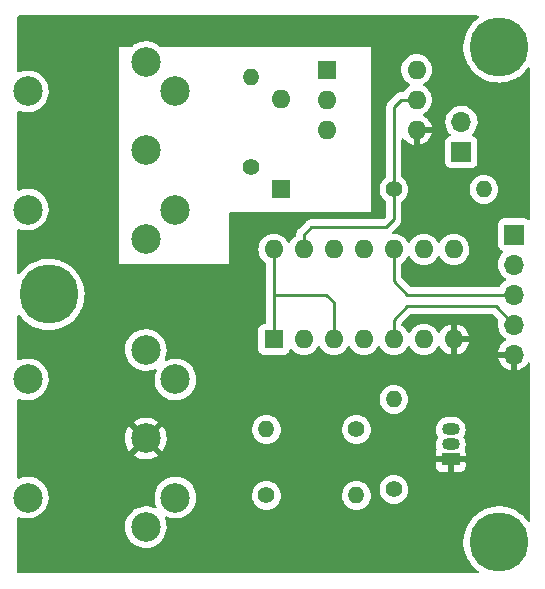
<source format=gbl>
%TF.GenerationSoftware,KiCad,Pcbnew,(6.0.1)*%
%TF.CreationDate,2022-09-24T12:21:52-04:00*%
%TF.ProjectId,MIDI-IN-OUT,4d494449-2d49-44e2-9d4f-55542e6b6963,rev?*%
%TF.SameCoordinates,Original*%
%TF.FileFunction,Copper,L2,Bot*%
%TF.FilePolarity,Positive*%
%FSLAX46Y46*%
G04 Gerber Fmt 4.6, Leading zero omitted, Abs format (unit mm)*
G04 Created by KiCad (PCBNEW (6.0.1)) date 2022-09-24 12:21:52*
%MOMM*%
%LPD*%
G01*
G04 APERTURE LIST*
%TA.AperFunction,ComponentPad*%
%ADD10C,5.000000*%
%TD*%
%TA.AperFunction,ComponentPad*%
%ADD11C,1.400000*%
%TD*%
%TA.AperFunction,ComponentPad*%
%ADD12O,1.400000X1.400000*%
%TD*%
%TA.AperFunction,ComponentPad*%
%ADD13R,1.700000X1.700000*%
%TD*%
%TA.AperFunction,ComponentPad*%
%ADD14O,1.700000X1.700000*%
%TD*%
%TA.AperFunction,ComponentPad*%
%ADD15R,1.600000X1.600000*%
%TD*%
%TA.AperFunction,ComponentPad*%
%ADD16O,1.600000X1.600000*%
%TD*%
%TA.AperFunction,ComponentPad*%
%ADD17C,2.500000*%
%TD*%
%TA.AperFunction,ComponentPad*%
%ADD18R,1.500000X1.050000*%
%TD*%
%TA.AperFunction,ComponentPad*%
%ADD19O,1.500000X1.050000*%
%TD*%
%TA.AperFunction,Conductor*%
%ADD20C,0.254000*%
%TD*%
%TA.AperFunction,Conductor*%
%ADD21C,0.250000*%
%TD*%
G04 APERTURE END LIST*
D10*
%TO.P,MTG1,1*%
%TO.N,N/C*%
X130175000Y-71755000D03*
%TD*%
%TO.P,MTG2,1*%
%TO.N,N/C*%
X130175000Y-113665000D03*
%TD*%
D11*
%TO.P,R5,1*%
%TO.N,Net-(J2-Pad4)*%
X110490000Y-109728000D03*
D12*
%TO.P,R5,2*%
%TO.N,+5V*%
X118110000Y-109728000D03*
%TD*%
D13*
%TO.P,J3,1,Pin_1*%
%TO.N,+3V3*%
X131445000Y-87635000D03*
D14*
%TO.P,J3,2,Pin_2*%
%TO.N,+5V*%
X131445000Y-90175000D03*
%TO.P,J3,3,Pin_3*%
%TO.N,/RX*%
X131445000Y-92715000D03*
%TO.P,J3,4,Pin_4*%
%TO.N,/TX*%
X131445000Y-95255000D03*
%TO.P,J3,5,Pin_5*%
%TO.N,GND*%
X131445000Y-97795000D03*
%TD*%
D15*
%TO.P,U2,1*%
%TO.N,Net-(D1-Pad1)*%
X115580000Y-73675000D03*
D16*
%TO.P,U2,2*%
%TO.N,Net-(D1-Pad2)*%
X115580000Y-76215000D03*
%TO.P,U2,3,NC*%
%TO.N,unconnected-(U2-Pad3)*%
X115580000Y-78755000D03*
%TO.P,U2,4*%
%TO.N,GND*%
X123200000Y-78755000D03*
%TO.P,U2,5*%
%TO.N,Net-(R3-Pad1)*%
X123200000Y-76215000D03*
%TO.P,U2,6*%
%TO.N,unconnected-(U2-Pad6)*%
X123200000Y-73675000D03*
%TD*%
D11*
%TO.P,R2,1*%
%TO.N,Net-(Q1-Pad2)*%
X121285000Y-109220000D03*
D12*
%TO.P,R2,2*%
%TO.N,Net-(R2-Pad2)*%
X121285000Y-101600000D03*
%TD*%
D17*
%TO.P,J1,1*%
%TO.N,unconnected-(J1-Pad1)*%
X100282000Y-88018000D03*
%TO.P,J1,2*%
%TO.N,unconnected-(J1-Pad2)*%
X100282000Y-80518000D03*
%TO.P,J1,3*%
%TO.N,unconnected-(J1-Pad3)*%
X100282000Y-73018000D03*
%TO.P,J1,4*%
%TO.N,/MIDI_IN*%
X102782000Y-85518000D03*
%TO.P,J1,5*%
%TO.N,Net-(D1-Pad2)*%
X102782000Y-75518000D03*
%TO.P,J1,6*%
%TO.N,N/C*%
X90282000Y-75518000D03*
X90282000Y-85518000D03*
%TD*%
D15*
%TO.P,D1,1,K*%
%TO.N,Net-(D1-Pad1)*%
X111760000Y-83820000D03*
D16*
%TO.P,D1,2,A*%
%TO.N,Net-(D1-Pad2)*%
X111760000Y-76200000D03*
%TD*%
D15*
%TO.P,U1,1*%
%TO.N,+3V3*%
X111120000Y-96510000D03*
D16*
%TO.P,U1,2*%
%TO.N,unconnected-(U1-Pad2)*%
X113660000Y-96510000D03*
%TO.P,U1,3*%
%TO.N,+3V3*%
X116200000Y-96510000D03*
%TO.P,U1,4*%
%TO.N,unconnected-(U1-Pad4)*%
X118740000Y-96510000D03*
%TO.P,U1,5*%
%TO.N,/TX*%
X121280000Y-96510000D03*
%TO.P,U1,6*%
%TO.N,Net-(R2-Pad2)*%
X123820000Y-96510000D03*
%TO.P,U1,7,GND*%
%TO.N,GND*%
X126360000Y-96510000D03*
%TO.P,U1,8*%
%TO.N,unconnected-(U1-Pad8)*%
X126360000Y-88890000D03*
%TO.P,U1,9*%
%TO.N,+3V3*%
X123820000Y-88890000D03*
%TO.P,U1,10*%
%TO.N,/RX*%
X121280000Y-88890000D03*
%TO.P,U1,11*%
%TO.N,Net-(U1-Pad12)*%
X118740000Y-88890000D03*
%TO.P,U1,12*%
X116200000Y-88890000D03*
%TO.P,U1,13*%
%TO.N,Net-(R3-Pad1)*%
X113660000Y-88890000D03*
%TO.P,U1,14,VCC*%
%TO.N,+3V3*%
X111120000Y-88890000D03*
%TD*%
D11*
%TO.P,R3,1*%
%TO.N,Net-(R3-Pad1)*%
X121285000Y-83820000D03*
D12*
%TO.P,R3,2*%
%TO.N,+3V3*%
X128905000Y-83820000D03*
%TD*%
D18*
%TO.P,Q1,1,E*%
%TO.N,GND*%
X126090000Y-106680000D03*
D19*
%TO.P,Q1,2,B*%
%TO.N,Net-(Q1-Pad2)*%
X126090000Y-105410000D03*
%TO.P,Q1,3,C*%
%TO.N,Net-(Q1-Pad3)*%
X126090000Y-104140000D03*
%TD*%
D10*
%TO.P,MTG3,1*%
%TO.N,N/C*%
X92075000Y-92710000D03*
%TD*%
D11*
%TO.P,R1,1*%
%TO.N,/MIDI_IN*%
X109220000Y-81915000D03*
D12*
%TO.P,R1,2*%
%TO.N,Net-(D1-Pad1)*%
X109220000Y-74295000D03*
%TD*%
D17*
%TO.P,J2,1*%
%TO.N,unconnected-(J2-Pad1)*%
X100282000Y-112402000D03*
%TO.P,J2,2*%
%TO.N,GND*%
X100282000Y-104902000D03*
%TO.P,J2,3*%
%TO.N,unconnected-(J2-Pad3)*%
X100282000Y-97402000D03*
%TO.P,J2,4*%
%TO.N,Net-(J2-Pad4)*%
X102782000Y-109902000D03*
%TO.P,J2,5*%
%TO.N,Net-(J2-Pad5)*%
X102782000Y-99902000D03*
%TO.P,J2,6*%
%TO.N,N/C*%
X90282000Y-109902000D03*
X90282000Y-99902000D03*
%TD*%
D11*
%TO.P,R4,1*%
%TO.N,Net-(Q1-Pad3)*%
X118110000Y-104140000D03*
D12*
%TO.P,R4,2*%
%TO.N,Net-(J2-Pad5)*%
X110490000Y-104140000D03*
%TD*%
D13*
%TO.P,J4,1,Pin_1*%
%TO.N,+3V3*%
X127000000Y-80650000D03*
D14*
%TO.P,J4,2,Pin_2*%
%TO.N,+5V*%
X127000000Y-78110000D03*
%TD*%
D20*
%TO.N,+3V3*%
X116200000Y-96510000D02*
X116200000Y-93340000D01*
X111120000Y-96510000D02*
X111120000Y-88890000D01*
X116200000Y-93340000D02*
X115575000Y-92715000D01*
X115575000Y-92715000D02*
X111120000Y-92715000D01*
D21*
%TO.N,/TX*%
X131445000Y-95255000D02*
X129916000Y-93726000D01*
X122428000Y-93726000D02*
X121280000Y-94874000D01*
X121280000Y-94874000D02*
X121280000Y-96510000D01*
X129916000Y-93726000D02*
X122428000Y-93726000D01*
%TO.N,/RX*%
X121280000Y-91562000D02*
X121280000Y-88890000D01*
X131445000Y-92715000D02*
X122433000Y-92715000D01*
X122433000Y-92715000D02*
X121280000Y-91562000D01*
D20*
%TO.N,Net-(R3-Pad1)*%
X114300000Y-86995000D02*
X120650000Y-86995000D01*
X123200000Y-76215000D02*
X121905000Y-76215000D01*
X113660000Y-87635000D02*
X114300000Y-86995000D01*
X121285000Y-76835000D02*
X121285000Y-86360000D01*
X113660000Y-88890000D02*
X113660000Y-87635000D01*
X121905000Y-76215000D02*
X121285000Y-76835000D01*
X121285000Y-86360000D02*
X120650000Y-86995000D01*
%TD*%
%TA.AperFunction,Conductor*%
%TO.N,GND*%
G36*
X128401392Y-69108002D02*
G01*
X128447885Y-69161658D01*
X128457989Y-69231932D01*
X128428495Y-69296512D01*
X128412051Y-69312334D01*
X128220035Y-69466168D01*
X128158509Y-69515459D01*
X127914466Y-69762071D01*
X127912225Y-69764929D01*
X127855732Y-69836978D01*
X127700386Y-70035098D01*
X127519105Y-70330921D01*
X127373027Y-70645620D01*
X127264087Y-70975023D01*
X127263351Y-70978578D01*
X127263350Y-70978581D01*
X127195810Y-71304720D01*
X127193730Y-71314764D01*
X127187458Y-71385040D01*
X127166302Y-71622093D01*
X127162888Y-71660341D01*
X127162983Y-71663971D01*
X127162983Y-71663972D01*
X127164529Y-71723003D01*
X127171970Y-72007171D01*
X127220856Y-72350660D01*
X127308897Y-72686253D01*
X127434927Y-73009503D01*
X127597275Y-73316126D01*
X127599325Y-73319109D01*
X127599327Y-73319112D01*
X127791733Y-73599064D01*
X127791739Y-73599071D01*
X127793790Y-73602056D01*
X128021866Y-73863505D01*
X128045533Y-73885040D01*
X128234268Y-74056775D01*
X128278481Y-74097006D01*
X128560233Y-74299466D01*
X128863388Y-74468200D01*
X129183928Y-74600972D01*
X129187422Y-74601967D01*
X129187424Y-74601968D01*
X129514103Y-74695025D01*
X129514108Y-74695026D01*
X129517604Y-74696022D01*
X129714304Y-74728233D01*
X129856412Y-74751504D01*
X129856419Y-74751505D01*
X129859993Y-74752090D01*
X130033275Y-74760262D01*
X130202931Y-74768263D01*
X130202932Y-74768263D01*
X130206558Y-74768434D01*
X130215415Y-74767830D01*
X130549073Y-74745084D01*
X130549081Y-74745083D01*
X130552704Y-74744836D01*
X130556279Y-74744173D01*
X130556282Y-74744173D01*
X130890279Y-74682270D01*
X130890283Y-74682269D01*
X130893844Y-74681609D01*
X131225456Y-74579592D01*
X131543145Y-74440136D01*
X131720914Y-74336257D01*
X131839560Y-74266926D01*
X131839562Y-74266925D01*
X131842700Y-74265091D01*
X132030292Y-74124243D01*
X132117244Y-74058958D01*
X132117248Y-74058955D01*
X132120151Y-74056775D01*
X132371819Y-73817950D01*
X132419255Y-73761218D01*
X132592048Y-73554560D01*
X132594370Y-73551783D01*
X132596363Y-73548749D01*
X132610688Y-73526942D01*
X132664806Y-73480987D01*
X132735177Y-73471586D01*
X132799460Y-73501723D01*
X132837245Y-73561829D01*
X132842000Y-73596118D01*
X132842000Y-86307553D01*
X132821998Y-86375674D01*
X132768342Y-86422167D01*
X132698068Y-86432271D01*
X132640435Y-86408379D01*
X132596797Y-86375674D01*
X132541705Y-86334385D01*
X132405316Y-86283255D01*
X132343134Y-86276500D01*
X130546866Y-86276500D01*
X130484684Y-86283255D01*
X130348295Y-86334385D01*
X130231739Y-86421739D01*
X130144385Y-86538295D01*
X130093255Y-86674684D01*
X130086500Y-86736866D01*
X130086500Y-88533134D01*
X130093255Y-88595316D01*
X130144385Y-88731705D01*
X130231739Y-88848261D01*
X130348295Y-88935615D01*
X130356704Y-88938767D01*
X130356705Y-88938768D01*
X130465451Y-88979535D01*
X130522216Y-89022176D01*
X130546916Y-89088738D01*
X130531709Y-89158087D01*
X130512316Y-89184568D01*
X130385629Y-89317138D01*
X130382715Y-89321410D01*
X130382714Y-89321411D01*
X130364838Y-89347617D01*
X130259743Y-89501680D01*
X130241138Y-89541762D01*
X130168104Y-89699101D01*
X130165688Y-89704305D01*
X130105989Y-89919570D01*
X130082251Y-90141695D01*
X130082548Y-90146848D01*
X130082548Y-90146851D01*
X130091931Y-90309578D01*
X130095110Y-90364715D01*
X130096247Y-90369761D01*
X130096248Y-90369767D01*
X130117275Y-90463069D01*
X130144222Y-90582639D01*
X130228266Y-90789616D01*
X130230965Y-90794020D01*
X130331232Y-90957641D01*
X130344987Y-90980088D01*
X130491250Y-91148938D01*
X130663126Y-91291632D01*
X130694294Y-91309845D01*
X130736445Y-91334476D01*
X130785169Y-91386114D01*
X130798240Y-91455897D01*
X130771509Y-91521669D01*
X130731055Y-91555027D01*
X130718607Y-91561507D01*
X130714474Y-91564610D01*
X130714471Y-91564612D01*
X130553009Y-91685841D01*
X130539965Y-91695635D01*
X130385629Y-91857138D01*
X130382715Y-91861410D01*
X130382714Y-91861411D01*
X130270095Y-92026504D01*
X130215184Y-92071507D01*
X130166007Y-92081500D01*
X122747595Y-92081500D01*
X122679474Y-92061498D01*
X122658500Y-92044595D01*
X121950405Y-91336500D01*
X121916379Y-91274188D01*
X121913500Y-91247405D01*
X121913500Y-90109394D01*
X121933502Y-90041273D01*
X121967229Y-90006181D01*
X122119789Y-89899357D01*
X122119792Y-89899355D01*
X122124300Y-89896198D01*
X122286198Y-89734300D01*
X122303706Y-89709297D01*
X122414366Y-89551257D01*
X122417523Y-89546749D01*
X122419846Y-89541767D01*
X122419849Y-89541762D01*
X122435805Y-89507543D01*
X122482722Y-89454258D01*
X122550999Y-89434797D01*
X122618959Y-89455339D01*
X122664195Y-89507543D01*
X122680151Y-89541762D01*
X122680154Y-89541767D01*
X122682477Y-89546749D01*
X122685634Y-89551257D01*
X122796295Y-89709297D01*
X122813802Y-89734300D01*
X122975700Y-89896198D01*
X122980208Y-89899355D01*
X122980211Y-89899357D01*
X123011629Y-89921356D01*
X123163251Y-90027523D01*
X123168233Y-90029846D01*
X123168238Y-90029849D01*
X123365775Y-90121961D01*
X123370757Y-90124284D01*
X123376065Y-90125706D01*
X123376067Y-90125707D01*
X123586598Y-90182119D01*
X123586600Y-90182119D01*
X123591913Y-90183543D01*
X123820000Y-90203498D01*
X124048087Y-90183543D01*
X124053400Y-90182119D01*
X124053402Y-90182119D01*
X124263933Y-90125707D01*
X124263935Y-90125706D01*
X124269243Y-90124284D01*
X124274225Y-90121961D01*
X124471762Y-90029849D01*
X124471767Y-90029846D01*
X124476749Y-90027523D01*
X124628371Y-89921356D01*
X124659789Y-89899357D01*
X124659792Y-89899355D01*
X124664300Y-89896198D01*
X124826198Y-89734300D01*
X124843706Y-89709297D01*
X124954366Y-89551257D01*
X124957523Y-89546749D01*
X124959846Y-89541767D01*
X124959849Y-89541762D01*
X124975805Y-89507543D01*
X125022722Y-89454258D01*
X125090999Y-89434797D01*
X125158959Y-89455339D01*
X125204195Y-89507543D01*
X125220151Y-89541762D01*
X125220154Y-89541767D01*
X125222477Y-89546749D01*
X125225634Y-89551257D01*
X125336295Y-89709297D01*
X125353802Y-89734300D01*
X125515700Y-89896198D01*
X125520208Y-89899355D01*
X125520211Y-89899357D01*
X125551629Y-89921356D01*
X125703251Y-90027523D01*
X125708233Y-90029846D01*
X125708238Y-90029849D01*
X125905775Y-90121961D01*
X125910757Y-90124284D01*
X125916065Y-90125706D01*
X125916067Y-90125707D01*
X126126598Y-90182119D01*
X126126600Y-90182119D01*
X126131913Y-90183543D01*
X126360000Y-90203498D01*
X126588087Y-90183543D01*
X126593400Y-90182119D01*
X126593402Y-90182119D01*
X126803933Y-90125707D01*
X126803935Y-90125706D01*
X126809243Y-90124284D01*
X126814225Y-90121961D01*
X127011762Y-90029849D01*
X127011767Y-90029846D01*
X127016749Y-90027523D01*
X127168371Y-89921356D01*
X127199789Y-89899357D01*
X127199792Y-89899355D01*
X127204300Y-89896198D01*
X127366198Y-89734300D01*
X127383706Y-89709297D01*
X127494366Y-89551257D01*
X127497523Y-89546749D01*
X127499846Y-89541767D01*
X127499849Y-89541762D01*
X127591961Y-89344225D01*
X127591961Y-89344224D01*
X127594284Y-89339243D01*
X127601209Y-89313401D01*
X127652119Y-89123402D01*
X127652119Y-89123400D01*
X127653543Y-89118087D01*
X127673498Y-88890000D01*
X127653543Y-88661913D01*
X127594284Y-88440757D01*
X127515805Y-88272457D01*
X127499849Y-88238238D01*
X127499846Y-88238233D01*
X127497523Y-88233251D01*
X127366198Y-88045700D01*
X127204300Y-87883802D01*
X127199792Y-87880645D01*
X127199789Y-87880643D01*
X127090698Y-87804257D01*
X127016749Y-87752477D01*
X127011767Y-87750154D01*
X127011762Y-87750151D01*
X126814225Y-87658039D01*
X126814224Y-87658039D01*
X126809243Y-87655716D01*
X126803935Y-87654294D01*
X126803933Y-87654293D01*
X126593402Y-87597881D01*
X126593400Y-87597881D01*
X126588087Y-87596457D01*
X126360000Y-87576502D01*
X126131913Y-87596457D01*
X126126600Y-87597881D01*
X126126598Y-87597881D01*
X125916067Y-87654293D01*
X125916065Y-87654294D01*
X125910757Y-87655716D01*
X125905776Y-87658039D01*
X125905775Y-87658039D01*
X125708238Y-87750151D01*
X125708233Y-87750154D01*
X125703251Y-87752477D01*
X125629302Y-87804257D01*
X125520211Y-87880643D01*
X125520208Y-87880645D01*
X125515700Y-87883802D01*
X125353802Y-88045700D01*
X125222477Y-88233251D01*
X125220154Y-88238233D01*
X125220151Y-88238238D01*
X125204195Y-88272457D01*
X125157278Y-88325742D01*
X125089001Y-88345203D01*
X125021041Y-88324661D01*
X124975805Y-88272457D01*
X124959849Y-88238238D01*
X124959846Y-88238233D01*
X124957523Y-88233251D01*
X124826198Y-88045700D01*
X124664300Y-87883802D01*
X124659792Y-87880645D01*
X124659789Y-87880643D01*
X124550698Y-87804257D01*
X124476749Y-87752477D01*
X124471767Y-87750154D01*
X124471762Y-87750151D01*
X124274225Y-87658039D01*
X124274224Y-87658039D01*
X124269243Y-87655716D01*
X124263935Y-87654294D01*
X124263933Y-87654293D01*
X124053402Y-87597881D01*
X124053400Y-87597881D01*
X124048087Y-87596457D01*
X123820000Y-87576502D01*
X123591913Y-87596457D01*
X123586600Y-87597881D01*
X123586598Y-87597881D01*
X123376067Y-87654293D01*
X123376065Y-87654294D01*
X123370757Y-87655716D01*
X123365776Y-87658039D01*
X123365775Y-87658039D01*
X123168238Y-87750151D01*
X123168233Y-87750154D01*
X123163251Y-87752477D01*
X123089302Y-87804257D01*
X122980211Y-87880643D01*
X122980208Y-87880645D01*
X122975700Y-87883802D01*
X122813802Y-88045700D01*
X122682477Y-88233251D01*
X122680154Y-88238233D01*
X122680151Y-88238238D01*
X122664195Y-88272457D01*
X122617278Y-88325742D01*
X122549001Y-88345203D01*
X122481041Y-88324661D01*
X122435805Y-88272457D01*
X122419849Y-88238238D01*
X122419846Y-88238233D01*
X122417523Y-88233251D01*
X122286198Y-88045700D01*
X122124300Y-87883802D01*
X122119792Y-87880645D01*
X122119789Y-87880643D01*
X122010698Y-87804257D01*
X121936749Y-87752477D01*
X121931767Y-87750154D01*
X121931762Y-87750151D01*
X121734225Y-87658039D01*
X121734224Y-87658039D01*
X121729243Y-87655716D01*
X121723935Y-87654294D01*
X121723933Y-87654293D01*
X121513402Y-87597881D01*
X121513400Y-87597881D01*
X121508087Y-87596457D01*
X121280000Y-87576502D01*
X121274525Y-87576981D01*
X121270942Y-87576981D01*
X121202821Y-87556979D01*
X121156328Y-87503323D01*
X121146224Y-87433049D01*
X121175718Y-87368469D01*
X121181847Y-87361885D01*
X121405652Y-87138081D01*
X121678488Y-86865245D01*
X121686807Y-86857675D01*
X121693303Y-86853553D01*
X121740086Y-86803734D01*
X121742840Y-86800893D01*
X121762639Y-86781094D01*
X121765068Y-86777963D01*
X121765072Y-86777958D01*
X121765139Y-86777872D01*
X121772847Y-86768847D01*
X121797792Y-86742283D01*
X121803217Y-86736506D01*
X121807035Y-86729561D01*
X121807038Y-86729557D01*
X121813026Y-86718666D01*
X121823878Y-86702145D01*
X121825847Y-86699606D01*
X121836350Y-86686066D01*
X121853971Y-86645345D01*
X121859192Y-86634689D01*
X121876748Y-86602755D01*
X121876750Y-86602749D01*
X121880569Y-86595803D01*
X121882540Y-86588128D01*
X121882542Y-86588122D01*
X121885631Y-86576089D01*
X121892034Y-86557387D01*
X121900117Y-86538708D01*
X121901357Y-86530882D01*
X121901358Y-86530877D01*
X121907060Y-86494880D01*
X121909466Y-86483260D01*
X121918528Y-86447963D01*
X121918528Y-86447962D01*
X121920500Y-86440282D01*
X121920500Y-86419934D01*
X121922051Y-86400223D01*
X121923995Y-86387949D01*
X121925235Y-86380120D01*
X121921059Y-86335944D01*
X121920500Y-86324086D01*
X121920500Y-84915916D01*
X121940502Y-84847795D01*
X121974229Y-84812703D01*
X122060265Y-84752460D01*
X122060268Y-84752458D01*
X122064776Y-84749301D01*
X122214301Y-84599776D01*
X122335589Y-84426558D01*
X122383673Y-84323443D01*
X122422633Y-84239892D01*
X122422634Y-84239891D01*
X122424956Y-84234910D01*
X122479686Y-84030655D01*
X122498116Y-83820000D01*
X127691884Y-83820000D01*
X127710314Y-84030655D01*
X127765044Y-84234910D01*
X127767366Y-84239891D01*
X127767367Y-84239892D01*
X127806328Y-84323443D01*
X127854411Y-84426558D01*
X127975699Y-84599776D01*
X128125224Y-84749301D01*
X128298442Y-84870589D01*
X128303420Y-84872910D01*
X128303423Y-84872912D01*
X128485108Y-84957633D01*
X128490090Y-84959956D01*
X128495398Y-84961378D01*
X128495400Y-84961379D01*
X128689030Y-85013262D01*
X128689032Y-85013262D01*
X128694345Y-85014686D01*
X128905000Y-85033116D01*
X129115655Y-85014686D01*
X129120968Y-85013262D01*
X129120970Y-85013262D01*
X129314600Y-84961379D01*
X129314602Y-84961378D01*
X129319910Y-84959956D01*
X129324892Y-84957633D01*
X129506577Y-84872912D01*
X129506580Y-84872910D01*
X129511558Y-84870589D01*
X129684776Y-84749301D01*
X129834301Y-84599776D01*
X129955589Y-84426558D01*
X130003673Y-84323443D01*
X130042633Y-84239892D01*
X130042634Y-84239891D01*
X130044956Y-84234910D01*
X130099686Y-84030655D01*
X130118116Y-83820000D01*
X130099686Y-83609345D01*
X130044956Y-83405090D01*
X129955589Y-83213442D01*
X129834301Y-83040224D01*
X129684776Y-82890699D01*
X129511558Y-82769411D01*
X129506580Y-82767090D01*
X129506577Y-82767088D01*
X129324892Y-82682367D01*
X129324891Y-82682366D01*
X129319910Y-82680044D01*
X129314602Y-82678622D01*
X129314600Y-82678621D01*
X129120970Y-82626738D01*
X129120968Y-82626738D01*
X129115655Y-82625314D01*
X128905000Y-82606884D01*
X128694345Y-82625314D01*
X128689032Y-82626738D01*
X128689030Y-82626738D01*
X128495400Y-82678621D01*
X128495398Y-82678622D01*
X128490090Y-82680044D01*
X128485109Y-82682366D01*
X128485108Y-82682367D01*
X128303423Y-82767088D01*
X128303420Y-82767090D01*
X128298442Y-82769411D01*
X128125224Y-82890699D01*
X127975699Y-83040224D01*
X127854411Y-83213442D01*
X127765044Y-83405090D01*
X127710314Y-83609345D01*
X127691884Y-83820000D01*
X122498116Y-83820000D01*
X122479686Y-83609345D01*
X122424956Y-83405090D01*
X122335589Y-83213442D01*
X122214301Y-83040224D01*
X122064776Y-82890699D01*
X122060268Y-82887542D01*
X122060265Y-82887540D01*
X121974229Y-82827297D01*
X121929901Y-82771840D01*
X121920500Y-82724084D01*
X121920500Y-79607734D01*
X121940502Y-79539613D01*
X121994158Y-79493120D01*
X122064432Y-79483016D01*
X122129012Y-79512510D01*
X122149713Y-79535463D01*
X122191028Y-79594467D01*
X122198084Y-79602875D01*
X122352125Y-79756916D01*
X122360533Y-79763972D01*
X122538993Y-79888931D01*
X122548489Y-79894414D01*
X122745947Y-79986490D01*
X122756239Y-79990236D01*
X122928503Y-80036394D01*
X122942599Y-80036058D01*
X122946000Y-80028116D01*
X122946000Y-80022967D01*
X123454000Y-80022967D01*
X123457973Y-80036498D01*
X123466522Y-80037727D01*
X123643761Y-79990236D01*
X123654053Y-79986490D01*
X123851511Y-79894414D01*
X123861007Y-79888931D01*
X124039467Y-79763972D01*
X124047875Y-79756916D01*
X124201916Y-79602875D01*
X124208972Y-79594467D01*
X124333931Y-79416007D01*
X124339414Y-79406511D01*
X124431490Y-79209053D01*
X124435236Y-79198761D01*
X124481394Y-79026497D01*
X124481058Y-79012401D01*
X124473116Y-79009000D01*
X123472115Y-79009000D01*
X123456876Y-79013475D01*
X123455671Y-79014865D01*
X123454000Y-79022548D01*
X123454000Y-80022967D01*
X122946000Y-80022967D01*
X122946000Y-78627000D01*
X122966002Y-78558879D01*
X123019658Y-78512386D01*
X123072000Y-78501000D01*
X124467967Y-78501000D01*
X124481498Y-78497027D01*
X124482727Y-78488478D01*
X124435236Y-78311239D01*
X124431490Y-78300947D01*
X124339414Y-78103489D01*
X124333931Y-78093993D01*
X124321819Y-78076695D01*
X125637251Y-78076695D01*
X125637548Y-78081848D01*
X125637548Y-78081851D01*
X125643011Y-78176590D01*
X125650110Y-78299715D01*
X125651247Y-78304761D01*
X125651248Y-78304767D01*
X125652707Y-78311239D01*
X125699222Y-78517639D01*
X125783266Y-78724616D01*
X125899987Y-78915088D01*
X126046250Y-79083938D01*
X126050230Y-79087242D01*
X126054981Y-79091187D01*
X126094616Y-79150090D01*
X126096113Y-79221071D01*
X126058997Y-79281593D01*
X126018724Y-79306112D01*
X125903295Y-79349385D01*
X125786739Y-79436739D01*
X125699385Y-79553295D01*
X125648255Y-79689684D01*
X125641500Y-79751866D01*
X125641500Y-81548134D01*
X125648255Y-81610316D01*
X125699385Y-81746705D01*
X125786739Y-81863261D01*
X125903295Y-81950615D01*
X126039684Y-82001745D01*
X126101866Y-82008500D01*
X127898134Y-82008500D01*
X127960316Y-82001745D01*
X128096705Y-81950615D01*
X128213261Y-81863261D01*
X128300615Y-81746705D01*
X128351745Y-81610316D01*
X128358500Y-81548134D01*
X128358500Y-79751866D01*
X128351745Y-79689684D01*
X128300615Y-79553295D01*
X128213261Y-79436739D01*
X128096705Y-79349385D01*
X128084132Y-79344672D01*
X127978203Y-79304960D01*
X127921439Y-79262318D01*
X127896739Y-79195756D01*
X127911947Y-79126408D01*
X127933493Y-79097727D01*
X128019118Y-79012401D01*
X128038096Y-78993489D01*
X128097594Y-78910689D01*
X128165435Y-78816277D01*
X128168453Y-78812077D01*
X128267430Y-78611811D01*
X128332370Y-78398069D01*
X128361529Y-78176590D01*
X128363156Y-78110000D01*
X128344852Y-77887361D01*
X128290431Y-77670702D01*
X128201354Y-77465840D01*
X128080014Y-77278277D01*
X127929670Y-77113051D01*
X127925619Y-77109852D01*
X127925615Y-77109848D01*
X127758414Y-76977800D01*
X127758410Y-76977798D01*
X127754359Y-76974598D01*
X127558789Y-76866638D01*
X127553920Y-76864914D01*
X127553916Y-76864912D01*
X127353087Y-76793795D01*
X127353083Y-76793794D01*
X127348212Y-76792069D01*
X127343119Y-76791162D01*
X127343116Y-76791161D01*
X127133373Y-76753800D01*
X127133367Y-76753799D01*
X127128284Y-76752894D01*
X127054452Y-76751992D01*
X126910081Y-76750228D01*
X126910079Y-76750228D01*
X126904911Y-76750165D01*
X126684091Y-76783955D01*
X126471756Y-76853357D01*
X126273607Y-76956507D01*
X126269474Y-76959610D01*
X126269471Y-76959612D01*
X126099100Y-77087530D01*
X126094965Y-77090635D01*
X125940629Y-77252138D01*
X125937715Y-77256410D01*
X125937714Y-77256411D01*
X125921504Y-77280174D01*
X125814743Y-77436680D01*
X125720688Y-77639305D01*
X125660989Y-77854570D01*
X125637251Y-78076695D01*
X124321819Y-78076695D01*
X124208972Y-77915533D01*
X124201916Y-77907125D01*
X124047875Y-77753084D01*
X124039467Y-77746028D01*
X123861007Y-77621069D01*
X123851511Y-77615586D01*
X123816951Y-77599471D01*
X123763666Y-77552554D01*
X123744205Y-77484277D01*
X123764747Y-77416317D01*
X123816951Y-77371081D01*
X123851762Y-77354849D01*
X123851767Y-77354846D01*
X123856749Y-77352523D01*
X123962783Y-77278277D01*
X124039789Y-77224357D01*
X124039792Y-77224355D01*
X124044300Y-77221198D01*
X124206198Y-77059300D01*
X124337523Y-76871749D01*
X124339846Y-76866767D01*
X124339849Y-76866762D01*
X124431961Y-76669225D01*
X124431961Y-76669224D01*
X124434284Y-76664243D01*
X124436415Y-76656292D01*
X124492119Y-76448402D01*
X124492119Y-76448400D01*
X124493543Y-76443087D01*
X124513498Y-76215000D01*
X124493543Y-75986913D01*
X124463308Y-75874076D01*
X124435707Y-75771067D01*
X124435706Y-75771065D01*
X124434284Y-75765757D01*
X124420452Y-75736094D01*
X124339849Y-75563238D01*
X124339846Y-75563233D01*
X124337523Y-75558251D01*
X124206198Y-75370700D01*
X124044300Y-75208802D01*
X124039792Y-75205645D01*
X124039789Y-75205643D01*
X123961611Y-75150902D01*
X123856749Y-75077477D01*
X123851767Y-75075154D01*
X123851762Y-75075151D01*
X123817543Y-75059195D01*
X123764258Y-75012278D01*
X123744797Y-74944001D01*
X123765339Y-74876041D01*
X123817543Y-74830805D01*
X123851762Y-74814849D01*
X123851767Y-74814846D01*
X123856749Y-74812523D01*
X124022291Y-74696609D01*
X124039789Y-74684357D01*
X124039792Y-74684355D01*
X124044300Y-74681198D01*
X124206198Y-74519300D01*
X124260609Y-74441594D01*
X124334366Y-74336257D01*
X124337523Y-74331749D01*
X124339846Y-74326767D01*
X124339849Y-74326762D01*
X124431961Y-74129225D01*
X124431961Y-74129224D01*
X124434284Y-74124243D01*
X124470745Y-73988172D01*
X124492119Y-73908402D01*
X124492119Y-73908400D01*
X124493543Y-73903087D01*
X124513498Y-73675000D01*
X124493543Y-73446913D01*
X124459299Y-73319112D01*
X124435707Y-73231067D01*
X124435706Y-73231065D01*
X124434284Y-73225757D01*
X124398107Y-73148175D01*
X124339849Y-73023238D01*
X124339846Y-73023233D01*
X124337523Y-73018251D01*
X124206198Y-72830700D01*
X124044300Y-72668802D01*
X124039792Y-72665645D01*
X124039789Y-72665643D01*
X123961611Y-72610902D01*
X123856749Y-72537477D01*
X123851767Y-72535154D01*
X123851762Y-72535151D01*
X123654225Y-72443039D01*
X123654224Y-72443039D01*
X123649243Y-72440716D01*
X123643935Y-72439294D01*
X123643933Y-72439293D01*
X123433402Y-72382881D01*
X123433400Y-72382881D01*
X123428087Y-72381457D01*
X123200000Y-72361502D01*
X122971913Y-72381457D01*
X122966600Y-72382881D01*
X122966598Y-72382881D01*
X122756067Y-72439293D01*
X122756065Y-72439294D01*
X122750757Y-72440716D01*
X122745776Y-72443039D01*
X122745775Y-72443039D01*
X122548238Y-72535151D01*
X122548233Y-72535154D01*
X122543251Y-72537477D01*
X122438389Y-72610902D01*
X122360211Y-72665643D01*
X122360208Y-72665645D01*
X122355700Y-72668802D01*
X122193802Y-72830700D01*
X122062477Y-73018251D01*
X122060154Y-73023233D01*
X122060151Y-73023238D01*
X122001893Y-73148175D01*
X121965716Y-73225757D01*
X121964294Y-73231065D01*
X121964293Y-73231067D01*
X121940701Y-73319112D01*
X121906457Y-73446913D01*
X121886502Y-73675000D01*
X121906457Y-73903087D01*
X121907881Y-73908400D01*
X121907881Y-73908402D01*
X121929256Y-73988172D01*
X121965716Y-74124243D01*
X121968039Y-74129224D01*
X121968039Y-74129225D01*
X122060151Y-74326762D01*
X122060154Y-74326767D01*
X122062477Y-74331749D01*
X122065634Y-74336257D01*
X122139392Y-74441594D01*
X122193802Y-74519300D01*
X122355700Y-74681198D01*
X122360208Y-74684355D01*
X122360211Y-74684357D01*
X122377709Y-74696609D01*
X122543251Y-74812523D01*
X122548233Y-74814846D01*
X122548238Y-74814849D01*
X122582457Y-74830805D01*
X122635742Y-74877722D01*
X122655203Y-74945999D01*
X122634661Y-75013959D01*
X122582457Y-75059195D01*
X122548238Y-75075151D01*
X122548233Y-75075154D01*
X122543251Y-75077477D01*
X122438389Y-75150902D01*
X122360211Y-75205643D01*
X122360208Y-75205645D01*
X122355700Y-75208802D01*
X122193802Y-75370700D01*
X122190645Y-75375208D01*
X122190643Y-75375211D01*
X122085345Y-75525592D01*
X122029888Y-75569920D01*
X121971226Y-75578621D01*
X121965281Y-75577292D01*
X121957358Y-75577541D01*
X121897002Y-75579438D01*
X121893044Y-75579500D01*
X121865017Y-75579500D01*
X121860971Y-75580011D01*
X121849143Y-75580942D01*
X121804795Y-75582336D01*
X121797178Y-75584549D01*
X121785253Y-75588013D01*
X121765894Y-75592022D01*
X121764633Y-75592181D01*
X121745701Y-75594573D01*
X121738337Y-75597489D01*
X121738332Y-75597490D01*
X121716421Y-75606166D01*
X121704428Y-75610914D01*
X121693224Y-75614751D01*
X121650607Y-75627132D01*
X121633094Y-75637489D01*
X121615343Y-75646185D01*
X121603785Y-75650761D01*
X121603780Y-75650764D01*
X121596412Y-75653681D01*
X121589997Y-75658342D01*
X121560507Y-75679767D01*
X121550585Y-75686284D01*
X121519228Y-75704828D01*
X121519225Y-75704830D01*
X121512401Y-75708866D01*
X121498014Y-75723253D01*
X121482980Y-75736094D01*
X121466513Y-75748058D01*
X121461460Y-75754166D01*
X121438228Y-75782249D01*
X121430238Y-75791029D01*
X120891517Y-76329750D01*
X120883191Y-76337326D01*
X120876697Y-76341447D01*
X120871274Y-76347222D01*
X120829915Y-76391265D01*
X120827160Y-76394107D01*
X120807361Y-76413906D01*
X120804937Y-76417031D01*
X120804929Y-76417040D01*
X120804863Y-76417126D01*
X120797155Y-76426151D01*
X120766783Y-76458494D01*
X120762965Y-76465438D01*
X120762964Y-76465440D01*
X120756978Y-76476329D01*
X120746127Y-76492847D01*
X120733650Y-76508933D01*
X120716024Y-76549666D01*
X120710807Y-76560314D01*
X120689431Y-76599197D01*
X120687460Y-76606872D01*
X120687458Y-76606878D01*
X120684369Y-76618911D01*
X120677966Y-76637613D01*
X120669883Y-76656292D01*
X120668644Y-76664117D01*
X120662940Y-76700127D01*
X120660535Y-76711740D01*
X120649500Y-76754718D01*
X120649500Y-76775065D01*
X120647949Y-76794776D01*
X120644765Y-76814879D01*
X120645511Y-76822771D01*
X120648941Y-76859056D01*
X120649500Y-76870914D01*
X120649500Y-82724084D01*
X120629498Y-82792205D01*
X120595771Y-82827297D01*
X120509735Y-82887540D01*
X120509732Y-82887542D01*
X120505224Y-82890699D01*
X120355699Y-83040224D01*
X120234411Y-83213442D01*
X120145044Y-83405090D01*
X120090314Y-83609345D01*
X120071884Y-83820000D01*
X120090314Y-84030655D01*
X120145044Y-84234910D01*
X120147366Y-84239891D01*
X120147367Y-84239892D01*
X120186328Y-84323443D01*
X120234411Y-84426558D01*
X120355699Y-84599776D01*
X120505224Y-84749301D01*
X120509732Y-84752458D01*
X120509735Y-84752460D01*
X120595771Y-84812703D01*
X120640099Y-84868160D01*
X120649500Y-84915916D01*
X120649500Y-86044577D01*
X120629498Y-86112698D01*
X120612595Y-86133672D01*
X120423672Y-86322595D01*
X120361360Y-86356621D01*
X120334577Y-86359500D01*
X114379032Y-86359500D01*
X114367793Y-86358970D01*
X114360281Y-86357291D01*
X114352356Y-86357540D01*
X114352355Y-86357540D01*
X114297249Y-86359272D01*
X114292002Y-86359437D01*
X114291970Y-86359438D01*
X114288012Y-86359500D01*
X114260017Y-86359500D01*
X114256083Y-86359997D01*
X114256081Y-86359997D01*
X114255994Y-86360008D01*
X114244160Y-86360940D01*
X114199795Y-86362335D01*
X114192182Y-86364547D01*
X114192181Y-86364547D01*
X114180252Y-86368013D01*
X114160888Y-86372023D01*
X114148560Y-86373580D01*
X114148558Y-86373580D01*
X114140701Y-86374573D01*
X114133337Y-86377489D01*
X114133332Y-86377490D01*
X114099444Y-86390907D01*
X114088215Y-86394752D01*
X114074241Y-86398812D01*
X114045607Y-86407131D01*
X114038781Y-86411168D01*
X114028091Y-86417490D01*
X114010341Y-86426187D01*
X113991412Y-86433681D01*
X113984998Y-86438341D01*
X113955514Y-86459762D01*
X113945594Y-86466278D01*
X113914229Y-86484827D01*
X113914226Y-86484829D01*
X113907402Y-86488865D01*
X113893014Y-86503253D01*
X113877980Y-86516094D01*
X113861513Y-86528058D01*
X113856460Y-86534166D01*
X113833228Y-86562249D01*
X113825238Y-86571029D01*
X113266517Y-87129750D01*
X113258191Y-87137326D01*
X113251697Y-87141447D01*
X113246274Y-87147222D01*
X113204915Y-87191265D01*
X113202160Y-87194107D01*
X113182361Y-87213906D01*
X113179937Y-87217031D01*
X113179929Y-87217040D01*
X113179863Y-87217126D01*
X113172155Y-87226151D01*
X113141783Y-87258494D01*
X113137965Y-87265438D01*
X113137964Y-87265440D01*
X113131978Y-87276329D01*
X113121127Y-87292847D01*
X113108650Y-87308933D01*
X113091024Y-87349666D01*
X113085807Y-87360314D01*
X113081324Y-87368469D01*
X113064431Y-87399197D01*
X113062460Y-87406872D01*
X113062458Y-87406878D01*
X113059369Y-87418911D01*
X113052966Y-87437613D01*
X113044883Y-87456292D01*
X113043644Y-87464117D01*
X113037940Y-87500127D01*
X113035535Y-87511740D01*
X113024500Y-87554718D01*
X113024500Y-87575065D01*
X113022949Y-87594776D01*
X113019765Y-87614879D01*
X113020511Y-87622771D01*
X113023941Y-87659056D01*
X113024500Y-87670914D01*
X113024500Y-87672007D01*
X113004498Y-87740128D01*
X112970772Y-87775219D01*
X112929302Y-87804257D01*
X112820211Y-87880643D01*
X112820208Y-87880645D01*
X112815700Y-87883802D01*
X112653802Y-88045700D01*
X112522477Y-88233251D01*
X112520154Y-88238233D01*
X112520151Y-88238238D01*
X112504195Y-88272457D01*
X112457278Y-88325742D01*
X112389001Y-88345203D01*
X112321041Y-88324661D01*
X112275805Y-88272457D01*
X112259849Y-88238238D01*
X112259846Y-88238233D01*
X112257523Y-88233251D01*
X112126198Y-88045700D01*
X111964300Y-87883802D01*
X111959792Y-87880645D01*
X111959789Y-87880643D01*
X111850698Y-87804257D01*
X111776749Y-87752477D01*
X111771767Y-87750154D01*
X111771762Y-87750151D01*
X111574225Y-87658039D01*
X111574224Y-87658039D01*
X111569243Y-87655716D01*
X111563935Y-87654294D01*
X111563933Y-87654293D01*
X111353402Y-87597881D01*
X111353400Y-87597881D01*
X111348087Y-87596457D01*
X111120000Y-87576502D01*
X110891913Y-87596457D01*
X110886600Y-87597881D01*
X110886598Y-87597881D01*
X110676067Y-87654293D01*
X110676065Y-87654294D01*
X110670757Y-87655716D01*
X110665776Y-87658039D01*
X110665775Y-87658039D01*
X110468238Y-87750151D01*
X110468233Y-87750154D01*
X110463251Y-87752477D01*
X110389302Y-87804257D01*
X110280211Y-87880643D01*
X110280208Y-87880645D01*
X110275700Y-87883802D01*
X110113802Y-88045700D01*
X109982477Y-88233251D01*
X109980154Y-88238233D01*
X109980151Y-88238238D01*
X109964195Y-88272457D01*
X109885716Y-88440757D01*
X109826457Y-88661913D01*
X109806502Y-88890000D01*
X109826457Y-89118087D01*
X109827881Y-89123400D01*
X109827881Y-89123402D01*
X109878792Y-89313401D01*
X109885716Y-89339243D01*
X109888039Y-89344224D01*
X109888039Y-89344225D01*
X109980151Y-89541762D01*
X109980154Y-89541767D01*
X109982477Y-89546749D01*
X109985634Y-89551257D01*
X110096295Y-89709297D01*
X110113802Y-89734300D01*
X110275700Y-89896198D01*
X110280208Y-89899355D01*
X110280211Y-89899357D01*
X110430771Y-90004780D01*
X110475099Y-90060237D01*
X110484500Y-90107993D01*
X110484500Y-92643017D01*
X110482268Y-92666626D01*
X110482198Y-92666991D01*
X110482198Y-92666996D01*
X110480713Y-92674779D01*
X110481211Y-92682690D01*
X110484251Y-92731013D01*
X110484500Y-92738925D01*
X110484500Y-95075500D01*
X110464498Y-95143621D01*
X110410842Y-95190114D01*
X110358500Y-95201500D01*
X110271866Y-95201500D01*
X110209684Y-95208255D01*
X110073295Y-95259385D01*
X109956739Y-95346739D01*
X109869385Y-95463295D01*
X109818255Y-95599684D01*
X109811500Y-95661866D01*
X109811500Y-97358134D01*
X109818255Y-97420316D01*
X109869385Y-97556705D01*
X109956739Y-97673261D01*
X110073295Y-97760615D01*
X110209684Y-97811745D01*
X110271866Y-97818500D01*
X111968134Y-97818500D01*
X112030316Y-97811745D01*
X112166705Y-97760615D01*
X112283261Y-97673261D01*
X112370615Y-97556705D01*
X112421745Y-97420316D01*
X112422917Y-97409526D01*
X112423803Y-97407394D01*
X112424425Y-97404778D01*
X112424848Y-97404879D01*
X112450155Y-97343965D01*
X112508517Y-97303537D01*
X112579471Y-97301078D01*
X112640490Y-97337371D01*
X112647489Y-97346031D01*
X112650643Y-97349789D01*
X112653802Y-97354300D01*
X112815700Y-97516198D01*
X112820208Y-97519355D01*
X112820211Y-97519357D01*
X112883812Y-97563891D01*
X113003251Y-97647523D01*
X113008233Y-97649846D01*
X113008238Y-97649849D01*
X113204765Y-97741490D01*
X113210757Y-97744284D01*
X113216065Y-97745706D01*
X113216067Y-97745707D01*
X113426598Y-97802119D01*
X113426600Y-97802119D01*
X113431913Y-97803543D01*
X113660000Y-97823498D01*
X113888087Y-97803543D01*
X113893400Y-97802119D01*
X113893402Y-97802119D01*
X114103933Y-97745707D01*
X114103935Y-97745706D01*
X114109243Y-97744284D01*
X114115235Y-97741490D01*
X114311762Y-97649849D01*
X114311767Y-97649846D01*
X114316749Y-97647523D01*
X114436188Y-97563891D01*
X114499789Y-97519357D01*
X114499792Y-97519355D01*
X114504300Y-97516198D01*
X114666198Y-97354300D01*
X114797523Y-97166749D01*
X114799846Y-97161767D01*
X114799849Y-97161762D01*
X114815805Y-97127543D01*
X114862722Y-97074258D01*
X114930999Y-97054797D01*
X114998959Y-97075339D01*
X115044195Y-97127543D01*
X115060151Y-97161762D01*
X115060154Y-97161767D01*
X115062477Y-97166749D01*
X115193802Y-97354300D01*
X115355700Y-97516198D01*
X115360208Y-97519355D01*
X115360211Y-97519357D01*
X115423812Y-97563891D01*
X115543251Y-97647523D01*
X115548233Y-97649846D01*
X115548238Y-97649849D01*
X115744765Y-97741490D01*
X115750757Y-97744284D01*
X115756065Y-97745706D01*
X115756067Y-97745707D01*
X115966598Y-97802119D01*
X115966600Y-97802119D01*
X115971913Y-97803543D01*
X116200000Y-97823498D01*
X116428087Y-97803543D01*
X116433400Y-97802119D01*
X116433402Y-97802119D01*
X116643933Y-97745707D01*
X116643935Y-97745706D01*
X116649243Y-97744284D01*
X116655235Y-97741490D01*
X116851762Y-97649849D01*
X116851767Y-97649846D01*
X116856749Y-97647523D01*
X116976188Y-97563891D01*
X117039789Y-97519357D01*
X117039792Y-97519355D01*
X117044300Y-97516198D01*
X117206198Y-97354300D01*
X117337523Y-97166749D01*
X117339846Y-97161767D01*
X117339849Y-97161762D01*
X117355805Y-97127543D01*
X117402722Y-97074258D01*
X117470999Y-97054797D01*
X117538959Y-97075339D01*
X117584195Y-97127543D01*
X117600151Y-97161762D01*
X117600154Y-97161767D01*
X117602477Y-97166749D01*
X117733802Y-97354300D01*
X117895700Y-97516198D01*
X117900208Y-97519355D01*
X117900211Y-97519357D01*
X117963812Y-97563891D01*
X118083251Y-97647523D01*
X118088233Y-97649846D01*
X118088238Y-97649849D01*
X118284765Y-97741490D01*
X118290757Y-97744284D01*
X118296065Y-97745706D01*
X118296067Y-97745707D01*
X118506598Y-97802119D01*
X118506600Y-97802119D01*
X118511913Y-97803543D01*
X118740000Y-97823498D01*
X118968087Y-97803543D01*
X118973400Y-97802119D01*
X118973402Y-97802119D01*
X119183933Y-97745707D01*
X119183935Y-97745706D01*
X119189243Y-97744284D01*
X119195235Y-97741490D01*
X119391762Y-97649849D01*
X119391767Y-97649846D01*
X119396749Y-97647523D01*
X119516188Y-97563891D01*
X119579789Y-97519357D01*
X119579792Y-97519355D01*
X119584300Y-97516198D01*
X119746198Y-97354300D01*
X119877523Y-97166749D01*
X119879846Y-97161767D01*
X119879849Y-97161762D01*
X119895805Y-97127543D01*
X119942722Y-97074258D01*
X120010999Y-97054797D01*
X120078959Y-97075339D01*
X120124195Y-97127543D01*
X120140151Y-97161762D01*
X120140154Y-97161767D01*
X120142477Y-97166749D01*
X120273802Y-97354300D01*
X120435700Y-97516198D01*
X120440208Y-97519355D01*
X120440211Y-97519357D01*
X120503812Y-97563891D01*
X120623251Y-97647523D01*
X120628233Y-97649846D01*
X120628238Y-97649849D01*
X120824765Y-97741490D01*
X120830757Y-97744284D01*
X120836065Y-97745706D01*
X120836067Y-97745707D01*
X121046598Y-97802119D01*
X121046600Y-97802119D01*
X121051913Y-97803543D01*
X121280000Y-97823498D01*
X121508087Y-97803543D01*
X121513400Y-97802119D01*
X121513402Y-97802119D01*
X121723933Y-97745707D01*
X121723935Y-97745706D01*
X121729243Y-97744284D01*
X121735235Y-97741490D01*
X121931762Y-97649849D01*
X121931767Y-97649846D01*
X121936749Y-97647523D01*
X122056188Y-97563891D01*
X122119789Y-97519357D01*
X122119792Y-97519355D01*
X122124300Y-97516198D01*
X122286198Y-97354300D01*
X122417523Y-97166749D01*
X122419846Y-97161767D01*
X122419849Y-97161762D01*
X122435805Y-97127543D01*
X122482722Y-97074258D01*
X122550999Y-97054797D01*
X122618959Y-97075339D01*
X122664195Y-97127543D01*
X122680151Y-97161762D01*
X122680154Y-97161767D01*
X122682477Y-97166749D01*
X122813802Y-97354300D01*
X122975700Y-97516198D01*
X122980208Y-97519355D01*
X122980211Y-97519357D01*
X123043812Y-97563891D01*
X123163251Y-97647523D01*
X123168233Y-97649846D01*
X123168238Y-97649849D01*
X123364765Y-97741490D01*
X123370757Y-97744284D01*
X123376065Y-97745706D01*
X123376067Y-97745707D01*
X123586598Y-97802119D01*
X123586600Y-97802119D01*
X123591913Y-97803543D01*
X123820000Y-97823498D01*
X124048087Y-97803543D01*
X124053400Y-97802119D01*
X124053402Y-97802119D01*
X124263933Y-97745707D01*
X124263935Y-97745706D01*
X124269243Y-97744284D01*
X124275235Y-97741490D01*
X124471762Y-97649849D01*
X124471767Y-97649846D01*
X124476749Y-97647523D01*
X124596188Y-97563891D01*
X124659789Y-97519357D01*
X124659792Y-97519355D01*
X124664300Y-97516198D01*
X124826198Y-97354300D01*
X124957523Y-97166749D01*
X124959846Y-97161767D01*
X124959849Y-97161762D01*
X124976081Y-97126951D01*
X125022998Y-97073666D01*
X125091275Y-97054205D01*
X125159235Y-97074747D01*
X125204471Y-97126951D01*
X125220586Y-97161511D01*
X125226069Y-97171007D01*
X125351028Y-97349467D01*
X125358084Y-97357875D01*
X125512125Y-97511916D01*
X125520533Y-97518972D01*
X125698993Y-97643931D01*
X125708489Y-97649414D01*
X125905947Y-97741490D01*
X125916239Y-97745236D01*
X126088503Y-97791394D01*
X126102599Y-97791058D01*
X126106000Y-97783116D01*
X126106000Y-97777967D01*
X126614000Y-97777967D01*
X126617973Y-97791498D01*
X126626522Y-97792727D01*
X126803761Y-97745236D01*
X126814053Y-97741490D01*
X127011511Y-97649414D01*
X127021007Y-97643931D01*
X127199467Y-97518972D01*
X127207875Y-97511916D01*
X127361916Y-97357875D01*
X127368972Y-97349467D01*
X127493931Y-97171007D01*
X127499414Y-97161511D01*
X127591490Y-96964053D01*
X127595236Y-96953761D01*
X127641394Y-96781497D01*
X127641058Y-96767401D01*
X127633116Y-96764000D01*
X126632115Y-96764000D01*
X126616876Y-96768475D01*
X126615671Y-96769865D01*
X126614000Y-96777548D01*
X126614000Y-97777967D01*
X126106000Y-97777967D01*
X126106000Y-96237885D01*
X126614000Y-96237885D01*
X126618475Y-96253124D01*
X126619865Y-96254329D01*
X126627548Y-96256000D01*
X127627967Y-96256000D01*
X127641498Y-96252027D01*
X127642727Y-96243478D01*
X127595236Y-96066239D01*
X127591490Y-96055947D01*
X127499414Y-95858489D01*
X127493931Y-95848993D01*
X127368972Y-95670533D01*
X127361916Y-95662125D01*
X127207875Y-95508084D01*
X127199467Y-95501028D01*
X127021007Y-95376069D01*
X127011511Y-95370586D01*
X126814053Y-95278510D01*
X126803761Y-95274764D01*
X126631497Y-95228606D01*
X126617401Y-95228942D01*
X126614000Y-95236884D01*
X126614000Y-96237885D01*
X126106000Y-96237885D01*
X126106000Y-95242033D01*
X126102027Y-95228502D01*
X126093478Y-95227273D01*
X125916239Y-95274764D01*
X125905947Y-95278510D01*
X125708489Y-95370586D01*
X125698993Y-95376069D01*
X125520533Y-95501028D01*
X125512125Y-95508084D01*
X125358084Y-95662125D01*
X125351028Y-95670533D01*
X125226069Y-95848993D01*
X125220586Y-95858489D01*
X125204471Y-95893049D01*
X125157554Y-95946334D01*
X125089277Y-95965795D01*
X125021317Y-95945253D01*
X124976081Y-95893049D01*
X124959849Y-95858238D01*
X124959846Y-95858233D01*
X124957523Y-95853251D01*
X124859648Y-95713471D01*
X124829357Y-95670211D01*
X124829355Y-95670208D01*
X124826198Y-95665700D01*
X124664300Y-95503802D01*
X124659792Y-95500645D01*
X124659789Y-95500643D01*
X124572535Y-95439547D01*
X124476749Y-95372477D01*
X124471767Y-95370154D01*
X124471762Y-95370151D01*
X124274225Y-95278039D01*
X124274224Y-95278039D01*
X124269243Y-95275716D01*
X124263935Y-95274294D01*
X124263933Y-95274293D01*
X124053402Y-95217881D01*
X124053400Y-95217881D01*
X124048087Y-95216457D01*
X123820000Y-95196502D01*
X123591913Y-95216457D01*
X123586600Y-95217881D01*
X123586598Y-95217881D01*
X123376067Y-95274293D01*
X123376065Y-95274294D01*
X123370757Y-95275716D01*
X123365776Y-95278039D01*
X123365775Y-95278039D01*
X123168238Y-95370151D01*
X123168233Y-95370154D01*
X123163251Y-95372477D01*
X123067465Y-95439547D01*
X122980211Y-95500643D01*
X122980208Y-95500645D01*
X122975700Y-95503802D01*
X122813802Y-95665700D01*
X122810645Y-95670208D01*
X122810643Y-95670211D01*
X122780352Y-95713471D01*
X122682477Y-95853251D01*
X122680154Y-95858233D01*
X122680151Y-95858238D01*
X122664195Y-95892457D01*
X122617278Y-95945742D01*
X122549001Y-95965203D01*
X122481041Y-95944661D01*
X122435805Y-95892457D01*
X122419849Y-95858238D01*
X122419846Y-95858233D01*
X122417523Y-95853251D01*
X122319648Y-95713471D01*
X122289357Y-95670211D01*
X122289355Y-95670208D01*
X122286198Y-95665700D01*
X122124300Y-95503802D01*
X122119792Y-95500645D01*
X122119789Y-95500643D01*
X121967229Y-95393819D01*
X121922901Y-95338362D01*
X121913500Y-95290606D01*
X121913500Y-95188594D01*
X121933502Y-95120473D01*
X121950405Y-95099499D01*
X122653499Y-94396405D01*
X122715811Y-94362379D01*
X122742594Y-94359500D01*
X129601406Y-94359500D01*
X129669527Y-94379502D01*
X129690501Y-94396405D01*
X130094778Y-94800682D01*
X130128804Y-94862994D01*
X130127100Y-94923448D01*
X130105989Y-94999570D01*
X130105441Y-95004700D01*
X130105440Y-95004704D01*
X130095654Y-95096281D01*
X130082251Y-95221695D01*
X130082548Y-95226848D01*
X130082548Y-95226851D01*
X130090811Y-95370151D01*
X130095110Y-95444715D01*
X130096247Y-95449761D01*
X130096248Y-95449767D01*
X130099297Y-95463295D01*
X130144222Y-95662639D01*
X130186588Y-95766975D01*
X130224227Y-95859668D01*
X130228266Y-95869616D01*
X130274616Y-95945253D01*
X130341739Y-96054787D01*
X130344987Y-96060088D01*
X130491250Y-96228938D01*
X130663126Y-96371632D01*
X130680823Y-96381973D01*
X130736955Y-96414774D01*
X130785679Y-96466412D01*
X130798750Y-96536195D01*
X130772019Y-96601967D01*
X130731562Y-96635327D01*
X130723457Y-96639546D01*
X130714738Y-96645036D01*
X130544433Y-96772905D01*
X130536726Y-96779748D01*
X130389590Y-96933717D01*
X130383104Y-96941727D01*
X130263098Y-97117649D01*
X130258000Y-97126623D01*
X130168338Y-97319783D01*
X130164775Y-97329470D01*
X130109389Y-97529183D01*
X130110912Y-97537607D01*
X130123292Y-97541000D01*
X131573000Y-97541000D01*
X131641121Y-97561002D01*
X131687614Y-97614658D01*
X131699000Y-97667000D01*
X131699000Y-99113517D01*
X131703064Y-99127359D01*
X131716478Y-99129393D01*
X131723184Y-99128534D01*
X131733262Y-99126392D01*
X131937255Y-99065191D01*
X131946842Y-99061433D01*
X132138095Y-98967739D01*
X132146945Y-98962464D01*
X132320328Y-98838792D01*
X132328200Y-98832139D01*
X132479052Y-98681812D01*
X132485730Y-98673965D01*
X132613022Y-98496819D01*
X132614801Y-98498097D01*
X132660216Y-98456274D01*
X132730153Y-98444050D01*
X132795596Y-98471577D01*
X132835768Y-98530116D01*
X132842000Y-98569253D01*
X132842000Y-111829334D01*
X132821998Y-111897455D01*
X132768342Y-111943948D01*
X132698068Y-111954052D01*
X132633488Y-111924558D01*
X132614453Y-111903928D01*
X132572620Y-111846980D01*
X132497018Y-111744060D01*
X132422784Y-111664174D01*
X132288039Y-111519172D01*
X132260842Y-111489904D01*
X131997019Y-111264578D01*
X131709047Y-111071069D01*
X131400741Y-110911940D01*
X131076189Y-110789302D01*
X131072668Y-110788418D01*
X131072663Y-110788416D01*
X130893592Y-110743437D01*
X130739692Y-110704780D01*
X130717476Y-110701855D01*
X130399315Y-110659968D01*
X130399307Y-110659967D01*
X130395711Y-110659494D01*
X130251045Y-110657221D01*
X130052446Y-110654101D01*
X130052442Y-110654101D01*
X130048804Y-110654044D01*
X130045190Y-110654405D01*
X130045184Y-110654405D01*
X129824084Y-110676474D01*
X129703569Y-110688503D01*
X129364583Y-110762414D01*
X129361156Y-110763587D01*
X129361150Y-110763589D01*
X129227561Y-110809327D01*
X129036339Y-110874797D01*
X128723188Y-111024163D01*
X128429279Y-111208532D01*
X128426443Y-111210804D01*
X128426436Y-111210809D01*
X128193440Y-111397474D01*
X128158509Y-111425459D01*
X128097066Y-111487549D01*
X127949754Y-111636412D01*
X127914466Y-111672071D01*
X127912225Y-111674929D01*
X127855732Y-111746978D01*
X127700386Y-111945098D01*
X127519105Y-112240921D01*
X127517580Y-112244206D01*
X127517578Y-112244210D01*
X127444335Y-112402000D01*
X127373027Y-112555620D01*
X127371891Y-112559056D01*
X127267979Y-112873256D01*
X127264087Y-112885023D01*
X127263351Y-112888578D01*
X127263350Y-112888581D01*
X127215580Y-113119252D01*
X127193730Y-113224764D01*
X127162888Y-113570341D01*
X127171970Y-113917171D01*
X127220856Y-114260660D01*
X127308897Y-114596253D01*
X127434927Y-114919503D01*
X127597275Y-115226126D01*
X127599325Y-115229109D01*
X127599327Y-115229112D01*
X127791733Y-115509064D01*
X127791739Y-115509071D01*
X127793790Y-115512056D01*
X128021866Y-115773505D01*
X128024551Y-115775948D01*
X128234268Y-115966775D01*
X128278481Y-116007006D01*
X128281433Y-116009127D01*
X128413014Y-116103678D01*
X128456662Y-116159672D01*
X128463108Y-116230376D01*
X128430305Y-116293340D01*
X128368669Y-116328574D01*
X128339488Y-116332000D01*
X89534000Y-116332000D01*
X89465879Y-116311998D01*
X89419386Y-116258342D01*
X89408000Y-116206000D01*
X89408000Y-112355839D01*
X98519173Y-112355839D01*
X98531713Y-112616908D01*
X98582704Y-112873256D01*
X98671026Y-113119252D01*
X98673242Y-113123376D01*
X98737753Y-113243437D01*
X98794737Y-113349491D01*
X98797532Y-113353234D01*
X98797534Y-113353237D01*
X98948330Y-113555177D01*
X98948335Y-113555183D01*
X98951122Y-113558915D01*
X98954431Y-113562195D01*
X98954436Y-113562201D01*
X99133426Y-113739635D01*
X99136743Y-113742923D01*
X99140505Y-113745681D01*
X99140508Y-113745684D01*
X99343750Y-113894707D01*
X99347524Y-113897474D01*
X99351667Y-113899654D01*
X99351669Y-113899655D01*
X99574684Y-114016989D01*
X99574689Y-114016991D01*
X99578834Y-114019172D01*
X99825590Y-114105344D01*
X99830183Y-114106216D01*
X100077785Y-114153224D01*
X100077788Y-114153224D01*
X100082374Y-114154095D01*
X100212959Y-114159226D01*
X100338875Y-114164174D01*
X100338881Y-114164174D01*
X100343543Y-114164357D01*
X100422977Y-114155657D01*
X100598707Y-114136412D01*
X100598712Y-114136411D01*
X100603360Y-114135902D01*
X100716116Y-114106216D01*
X100851594Y-114070548D01*
X100851596Y-114070547D01*
X100856117Y-114069357D01*
X101096262Y-113966182D01*
X101318519Y-113828646D01*
X101322082Y-113825629D01*
X101322087Y-113825626D01*
X101514439Y-113662787D01*
X101514440Y-113662786D01*
X101518005Y-113659768D01*
X101593246Y-113573972D01*
X101687257Y-113466774D01*
X101687261Y-113466769D01*
X101690339Y-113463259D01*
X101831733Y-113243437D01*
X101939083Y-113005129D01*
X102010030Y-112753572D01*
X102026832Y-112621496D01*
X102042616Y-112497421D01*
X102042616Y-112497417D01*
X102043014Y-112494291D01*
X102045431Y-112402000D01*
X102026061Y-112141348D01*
X102014725Y-112091248D01*
X101969408Y-111890980D01*
X101968377Y-111886423D01*
X101882555Y-111665730D01*
X101876508Y-111594991D01*
X101909665Y-111532213D01*
X101971498Y-111497326D01*
X102042378Y-111501408D01*
X102058641Y-111508548D01*
X102078834Y-111519172D01*
X102217254Y-111567511D01*
X102314351Y-111601419D01*
X102325590Y-111605344D01*
X102330183Y-111606216D01*
X102577785Y-111653224D01*
X102577788Y-111653224D01*
X102582374Y-111654095D01*
X102712959Y-111659226D01*
X102838875Y-111664174D01*
X102838881Y-111664174D01*
X102843543Y-111664357D01*
X102922977Y-111655657D01*
X103098707Y-111636412D01*
X103098712Y-111636411D01*
X103103360Y-111635902D01*
X103217951Y-111605733D01*
X103351594Y-111570548D01*
X103351596Y-111570547D01*
X103356117Y-111569357D01*
X103596262Y-111466182D01*
X103818519Y-111328646D01*
X103822082Y-111325629D01*
X103822087Y-111325626D01*
X104014439Y-111162787D01*
X104014440Y-111162786D01*
X104018005Y-111159768D01*
X104038736Y-111136128D01*
X104187257Y-110966774D01*
X104187261Y-110966769D01*
X104190339Y-110963259D01*
X104216437Y-110922686D01*
X104307628Y-110780912D01*
X104331733Y-110743437D01*
X104439083Y-110505129D01*
X104479625Y-110361379D01*
X104508760Y-110258076D01*
X104508761Y-110258073D01*
X104510030Y-110253572D01*
X104526832Y-110121496D01*
X104542616Y-109997421D01*
X104542616Y-109997417D01*
X104543014Y-109994291D01*
X104545431Y-109902000D01*
X104541655Y-109851185D01*
X104532501Y-109728000D01*
X109276884Y-109728000D01*
X109295314Y-109938655D01*
X109296738Y-109943968D01*
X109296738Y-109943970D01*
X109310222Y-109994291D01*
X109350044Y-110142910D01*
X109352366Y-110147891D01*
X109352367Y-110147892D01*
X109409582Y-110270589D01*
X109439411Y-110334558D01*
X109560699Y-110507776D01*
X109710224Y-110657301D01*
X109883442Y-110778589D01*
X109888420Y-110780910D01*
X109888423Y-110780912D01*
X110070108Y-110865633D01*
X110075090Y-110867956D01*
X110080398Y-110869378D01*
X110080400Y-110869379D01*
X110274030Y-110921262D01*
X110274032Y-110921262D01*
X110279345Y-110922686D01*
X110490000Y-110941116D01*
X110700655Y-110922686D01*
X110705968Y-110921262D01*
X110705970Y-110921262D01*
X110899600Y-110869379D01*
X110899602Y-110869378D01*
X110904910Y-110867956D01*
X110909892Y-110865633D01*
X111091577Y-110780912D01*
X111091580Y-110780910D01*
X111096558Y-110778589D01*
X111269776Y-110657301D01*
X111419301Y-110507776D01*
X111540589Y-110334558D01*
X111570419Y-110270589D01*
X111627633Y-110147892D01*
X111627634Y-110147891D01*
X111629956Y-110142910D01*
X111669779Y-109994291D01*
X111683262Y-109943970D01*
X111683262Y-109943968D01*
X111684686Y-109938655D01*
X111703116Y-109728000D01*
X116896884Y-109728000D01*
X116915314Y-109938655D01*
X116916738Y-109943968D01*
X116916738Y-109943970D01*
X116930222Y-109994291D01*
X116970044Y-110142910D01*
X116972366Y-110147891D01*
X116972367Y-110147892D01*
X117029582Y-110270589D01*
X117059411Y-110334558D01*
X117180699Y-110507776D01*
X117330224Y-110657301D01*
X117503442Y-110778589D01*
X117508420Y-110780910D01*
X117508423Y-110780912D01*
X117690108Y-110865633D01*
X117695090Y-110867956D01*
X117700398Y-110869378D01*
X117700400Y-110869379D01*
X117894030Y-110921262D01*
X117894032Y-110921262D01*
X117899345Y-110922686D01*
X118110000Y-110941116D01*
X118320655Y-110922686D01*
X118325968Y-110921262D01*
X118325970Y-110921262D01*
X118519600Y-110869379D01*
X118519602Y-110869378D01*
X118524910Y-110867956D01*
X118529892Y-110865633D01*
X118711577Y-110780912D01*
X118711580Y-110780910D01*
X118716558Y-110778589D01*
X118889776Y-110657301D01*
X119039301Y-110507776D01*
X119160589Y-110334558D01*
X119190419Y-110270589D01*
X119247633Y-110147892D01*
X119247634Y-110147891D01*
X119249956Y-110142910D01*
X119289779Y-109994291D01*
X119303262Y-109943970D01*
X119303262Y-109943968D01*
X119304686Y-109938655D01*
X119323116Y-109728000D01*
X119304686Y-109517345D01*
X119282882Y-109435970D01*
X119251379Y-109318400D01*
X119251378Y-109318398D01*
X119249956Y-109313090D01*
X119247633Y-109308108D01*
X119206548Y-109220000D01*
X120071884Y-109220000D01*
X120090314Y-109430655D01*
X120091738Y-109435968D01*
X120091738Y-109435970D01*
X120113543Y-109517345D01*
X120145044Y-109634910D01*
X120147366Y-109639891D01*
X120147367Y-109639892D01*
X120191006Y-109733475D01*
X120234411Y-109826558D01*
X120355699Y-109999776D01*
X120505224Y-110149301D01*
X120678442Y-110270589D01*
X120683420Y-110272910D01*
X120683423Y-110272912D01*
X120865108Y-110357633D01*
X120870090Y-110359956D01*
X120875398Y-110361378D01*
X120875400Y-110361379D01*
X121069030Y-110413262D01*
X121069032Y-110413262D01*
X121074345Y-110414686D01*
X121285000Y-110433116D01*
X121495655Y-110414686D01*
X121500968Y-110413262D01*
X121500970Y-110413262D01*
X121694600Y-110361379D01*
X121694602Y-110361378D01*
X121699910Y-110359956D01*
X121704892Y-110357633D01*
X121886577Y-110272912D01*
X121886580Y-110272910D01*
X121891558Y-110270589D01*
X122064776Y-110149301D01*
X122214301Y-109999776D01*
X122335589Y-109826558D01*
X122378995Y-109733475D01*
X122422633Y-109639892D01*
X122422634Y-109639891D01*
X122424956Y-109634910D01*
X122456458Y-109517345D01*
X122478262Y-109435970D01*
X122478262Y-109435968D01*
X122479686Y-109430655D01*
X122498116Y-109220000D01*
X122479686Y-109009345D01*
X122462265Y-108944329D01*
X122426379Y-108810400D01*
X122426378Y-108810398D01*
X122424956Y-108805090D01*
X122380915Y-108710643D01*
X122337912Y-108618423D01*
X122337910Y-108618420D01*
X122335589Y-108613442D01*
X122214301Y-108440224D01*
X122064776Y-108290699D01*
X121891558Y-108169411D01*
X121886580Y-108167090D01*
X121886577Y-108167088D01*
X121704892Y-108082367D01*
X121704891Y-108082366D01*
X121699910Y-108080044D01*
X121694602Y-108078622D01*
X121694600Y-108078621D01*
X121500970Y-108026738D01*
X121500968Y-108026738D01*
X121495655Y-108025314D01*
X121285000Y-108006884D01*
X121074345Y-108025314D01*
X121069032Y-108026738D01*
X121069030Y-108026738D01*
X120875400Y-108078621D01*
X120875398Y-108078622D01*
X120870090Y-108080044D01*
X120865109Y-108082366D01*
X120865108Y-108082367D01*
X120683423Y-108167088D01*
X120683420Y-108167090D01*
X120678442Y-108169411D01*
X120505224Y-108290699D01*
X120355699Y-108440224D01*
X120234411Y-108613442D01*
X120232090Y-108618420D01*
X120232088Y-108618423D01*
X120189085Y-108710643D01*
X120145044Y-108805090D01*
X120143622Y-108810398D01*
X120143621Y-108810400D01*
X120107735Y-108944329D01*
X120090314Y-109009345D01*
X120071884Y-109220000D01*
X119206548Y-109220000D01*
X119162912Y-109126423D01*
X119162910Y-109126420D01*
X119160589Y-109121442D01*
X119039301Y-108948224D01*
X118889776Y-108798699D01*
X118716558Y-108677411D01*
X118711580Y-108675090D01*
X118711577Y-108675088D01*
X118529892Y-108590367D01*
X118529891Y-108590366D01*
X118524910Y-108588044D01*
X118519602Y-108586622D01*
X118519600Y-108586621D01*
X118325970Y-108534738D01*
X118325968Y-108534738D01*
X118320655Y-108533314D01*
X118110000Y-108514884D01*
X117899345Y-108533314D01*
X117894032Y-108534738D01*
X117894030Y-108534738D01*
X117700400Y-108586621D01*
X117700398Y-108586622D01*
X117695090Y-108588044D01*
X117690109Y-108590366D01*
X117690108Y-108590367D01*
X117508423Y-108675088D01*
X117508420Y-108675090D01*
X117503442Y-108677411D01*
X117330224Y-108798699D01*
X117180699Y-108948224D01*
X117059411Y-109121442D01*
X117057090Y-109126420D01*
X117057088Y-109126423D01*
X116972367Y-109308108D01*
X116970044Y-109313090D01*
X116968622Y-109318398D01*
X116968621Y-109318400D01*
X116937118Y-109435970D01*
X116915314Y-109517345D01*
X116896884Y-109728000D01*
X111703116Y-109728000D01*
X111684686Y-109517345D01*
X111662882Y-109435970D01*
X111631379Y-109318400D01*
X111631378Y-109318398D01*
X111629956Y-109313090D01*
X111627633Y-109308108D01*
X111542912Y-109126423D01*
X111542910Y-109126420D01*
X111540589Y-109121442D01*
X111419301Y-108948224D01*
X111269776Y-108798699D01*
X111096558Y-108677411D01*
X111091580Y-108675090D01*
X111091577Y-108675088D01*
X110909892Y-108590367D01*
X110909891Y-108590366D01*
X110904910Y-108588044D01*
X110899602Y-108586622D01*
X110899600Y-108586621D01*
X110705970Y-108534738D01*
X110705968Y-108534738D01*
X110700655Y-108533314D01*
X110490000Y-108514884D01*
X110279345Y-108533314D01*
X110274032Y-108534738D01*
X110274030Y-108534738D01*
X110080400Y-108586621D01*
X110080398Y-108586622D01*
X110075090Y-108588044D01*
X110070109Y-108590366D01*
X110070108Y-108590367D01*
X109888423Y-108675088D01*
X109888420Y-108675090D01*
X109883442Y-108677411D01*
X109710224Y-108798699D01*
X109560699Y-108948224D01*
X109439411Y-109121442D01*
X109437090Y-109126420D01*
X109437088Y-109126423D01*
X109352367Y-109308108D01*
X109350044Y-109313090D01*
X109348622Y-109318398D01*
X109348621Y-109318400D01*
X109317118Y-109435970D01*
X109295314Y-109517345D01*
X109276884Y-109728000D01*
X104532501Y-109728000D01*
X104526407Y-109646000D01*
X104526406Y-109645996D01*
X104526061Y-109641348D01*
X104524605Y-109634910D01*
X104469408Y-109390980D01*
X104468377Y-109386423D01*
X104437922Y-109308108D01*
X104375340Y-109147176D01*
X104375339Y-109147173D01*
X104373647Y-109142823D01*
X104243951Y-108915902D01*
X104082138Y-108710643D01*
X103891763Y-108531557D01*
X103677009Y-108382576D01*
X103655912Y-108372172D01*
X103446781Y-108269040D01*
X103446778Y-108269039D01*
X103442593Y-108266975D01*
X103396449Y-108252204D01*
X103198123Y-108188720D01*
X103193665Y-108187293D01*
X102935693Y-108145279D01*
X102821942Y-108143790D01*
X102679022Y-108141919D01*
X102679019Y-108141919D01*
X102674345Y-108141858D01*
X102415362Y-108177104D01*
X102164433Y-108250243D01*
X102160180Y-108252203D01*
X102160179Y-108252204D01*
X102127763Y-108267148D01*
X101927072Y-108359668D01*
X101888067Y-108385241D01*
X101712404Y-108500410D01*
X101712399Y-108500414D01*
X101708491Y-108502976D01*
X101513494Y-108677018D01*
X101346363Y-108877970D01*
X101210771Y-109101419D01*
X101109697Y-109342455D01*
X101045359Y-109595783D01*
X101044891Y-109600434D01*
X101044890Y-109600438D01*
X101040771Y-109641348D01*
X101019173Y-109855839D01*
X101031713Y-110116908D01*
X101082704Y-110373256D01*
X101171026Y-110619252D01*
X101175056Y-110626753D01*
X101189680Y-110696225D01*
X101164422Y-110762576D01*
X101107301Y-110804739D01*
X101036452Y-110809327D01*
X101008340Y-110799398D01*
X100942593Y-110766975D01*
X100932016Y-110763589D01*
X100698123Y-110688720D01*
X100693665Y-110687293D01*
X100435693Y-110645279D01*
X100321942Y-110643790D01*
X100179022Y-110641919D01*
X100179019Y-110641919D01*
X100174345Y-110641858D01*
X99915362Y-110677104D01*
X99664433Y-110750243D01*
X99660180Y-110752203D01*
X99660179Y-110752204D01*
X99609888Y-110775389D01*
X99427072Y-110859668D01*
X99377024Y-110892481D01*
X99212404Y-111000410D01*
X99212399Y-111000414D01*
X99208491Y-111002976D01*
X99013494Y-111177018D01*
X98846363Y-111377970D01*
X98843934Y-111381973D01*
X98714672Y-111594991D01*
X98710771Y-111601419D01*
X98609697Y-111842455D01*
X98545359Y-112095783D01*
X98519173Y-112355839D01*
X89408000Y-112355839D01*
X89408000Y-111636695D01*
X89428002Y-111568574D01*
X89481658Y-111522081D01*
X89551932Y-111511977D01*
X89578694Y-111519572D01*
X89578834Y-111519172D01*
X89814351Y-111601419D01*
X89825590Y-111605344D01*
X89830183Y-111606216D01*
X90077785Y-111653224D01*
X90077788Y-111653224D01*
X90082374Y-111654095D01*
X90212959Y-111659226D01*
X90338875Y-111664174D01*
X90338881Y-111664174D01*
X90343543Y-111664357D01*
X90422977Y-111655657D01*
X90598707Y-111636412D01*
X90598712Y-111636411D01*
X90603360Y-111635902D01*
X90717951Y-111605733D01*
X90851594Y-111570548D01*
X90851596Y-111570547D01*
X90856117Y-111569357D01*
X91096262Y-111466182D01*
X91318519Y-111328646D01*
X91322082Y-111325629D01*
X91322087Y-111325626D01*
X91514439Y-111162787D01*
X91514440Y-111162786D01*
X91518005Y-111159768D01*
X91538736Y-111136128D01*
X91687257Y-110966774D01*
X91687261Y-110966769D01*
X91690339Y-110963259D01*
X91716437Y-110922686D01*
X91807628Y-110780912D01*
X91831733Y-110743437D01*
X91939083Y-110505129D01*
X91979625Y-110361379D01*
X92008760Y-110258076D01*
X92008761Y-110258073D01*
X92010030Y-110253572D01*
X92026832Y-110121496D01*
X92042616Y-109997421D01*
X92042616Y-109997417D01*
X92043014Y-109994291D01*
X92045431Y-109902000D01*
X92041655Y-109851185D01*
X92026407Y-109646000D01*
X92026406Y-109645996D01*
X92026061Y-109641348D01*
X92024605Y-109634910D01*
X91969408Y-109390980D01*
X91968377Y-109386423D01*
X91937922Y-109308108D01*
X91875340Y-109147176D01*
X91875339Y-109147173D01*
X91873647Y-109142823D01*
X91743951Y-108915902D01*
X91582138Y-108710643D01*
X91391763Y-108531557D01*
X91177009Y-108382576D01*
X91155912Y-108372172D01*
X90946781Y-108269040D01*
X90946778Y-108269039D01*
X90942593Y-108266975D01*
X90896449Y-108252204D01*
X90698123Y-108188720D01*
X90693665Y-108187293D01*
X90435693Y-108145279D01*
X90321942Y-108143790D01*
X90179022Y-108141919D01*
X90179019Y-108141919D01*
X90174345Y-108141858D01*
X89915362Y-108177104D01*
X89664433Y-108250243D01*
X89660180Y-108252203D01*
X89660179Y-108252204D01*
X89586751Y-108286055D01*
X89516514Y-108296410D01*
X89451828Y-108267148D01*
X89413231Y-108207559D01*
X89408000Y-108171629D01*
X89408000Y-107249669D01*
X124832001Y-107249669D01*
X124832371Y-107256490D01*
X124837895Y-107307352D01*
X124841521Y-107322604D01*
X124886676Y-107443054D01*
X124895214Y-107458649D01*
X124971715Y-107560724D01*
X124984276Y-107573285D01*
X125086351Y-107649786D01*
X125101946Y-107658324D01*
X125222394Y-107703478D01*
X125237649Y-107707105D01*
X125288514Y-107712631D01*
X125295328Y-107713000D01*
X125817885Y-107713000D01*
X125833124Y-107708525D01*
X125834329Y-107707135D01*
X125836000Y-107699452D01*
X125836000Y-107694884D01*
X126344000Y-107694884D01*
X126348475Y-107710123D01*
X126349865Y-107711328D01*
X126357548Y-107712999D01*
X126884669Y-107712999D01*
X126891490Y-107712629D01*
X126942352Y-107707105D01*
X126957604Y-107703479D01*
X127078054Y-107658324D01*
X127093649Y-107649786D01*
X127195724Y-107573285D01*
X127208285Y-107560724D01*
X127284786Y-107458649D01*
X127293324Y-107443054D01*
X127338478Y-107322606D01*
X127342105Y-107307351D01*
X127347631Y-107256486D01*
X127348000Y-107249672D01*
X127348000Y-106952115D01*
X127343525Y-106936876D01*
X127342135Y-106935671D01*
X127334452Y-106934000D01*
X126362115Y-106934000D01*
X126346876Y-106938475D01*
X126345671Y-106939865D01*
X126344000Y-106947548D01*
X126344000Y-107694884D01*
X125836000Y-107694884D01*
X125836000Y-106952115D01*
X125831525Y-106936876D01*
X125830135Y-106935671D01*
X125822452Y-106934000D01*
X124850116Y-106934000D01*
X124834877Y-106938475D01*
X124833672Y-106939865D01*
X124832001Y-106947548D01*
X124832001Y-107249669D01*
X89408000Y-107249669D01*
X89408000Y-106311133D01*
X99237612Y-106311133D01*
X99246325Y-106322653D01*
X99344018Y-106394284D01*
X99351928Y-106399227D01*
X99574890Y-106516533D01*
X99583453Y-106520256D01*
X99821304Y-106603318D01*
X99830313Y-106605732D01*
X100077842Y-106652727D01*
X100087098Y-106653781D01*
X100338857Y-106663673D01*
X100348171Y-106663347D01*
X100598615Y-106635920D01*
X100607792Y-106634219D01*
X100851431Y-106570074D01*
X100860251Y-106567037D01*
X101091736Y-106467583D01*
X101100008Y-106463276D01*
X101314249Y-106330700D01*
X101321188Y-106325658D01*
X101329518Y-106313019D01*
X101323456Y-106302666D01*
X100294812Y-105274022D01*
X100280868Y-105266408D01*
X100279035Y-105266539D01*
X100272420Y-105270790D01*
X99244270Y-106298940D01*
X99237612Y-106311133D01*
X89408000Y-106311133D01*
X89408000Y-104860523D01*
X98519898Y-104860523D01*
X98531987Y-105112175D01*
X98533124Y-105121435D01*
X98582274Y-105368535D01*
X98584768Y-105377528D01*
X98669900Y-105614639D01*
X98673700Y-105623174D01*
X98792946Y-105845101D01*
X98797957Y-105852968D01*
X98861446Y-105937990D01*
X98872704Y-105946439D01*
X98885123Y-105939667D01*
X99909978Y-104914812D01*
X99916356Y-104903132D01*
X100646408Y-104903132D01*
X100646539Y-104904965D01*
X100650790Y-104911580D01*
X101681913Y-105942703D01*
X101694293Y-105949463D01*
X101702634Y-105943219D01*
X101828765Y-105747127D01*
X101833212Y-105738936D01*
X101936691Y-105509222D01*
X101939882Y-105500455D01*
X101967438Y-105402750D01*
X124826524Y-105402750D01*
X124844894Y-105604596D01*
X124846632Y-105610502D01*
X124846633Y-105610506D01*
X124873507Y-105701813D01*
X124901069Y-105795461D01*
X124902119Y-105799029D01*
X124901441Y-105799229D01*
X124907956Y-105865273D01*
X124894680Y-105902323D01*
X124886679Y-105916937D01*
X124841522Y-106037394D01*
X124837895Y-106052649D01*
X124832369Y-106103514D01*
X124832000Y-106110328D01*
X124832000Y-106407885D01*
X124836475Y-106423124D01*
X124837865Y-106424329D01*
X124845548Y-106426000D01*
X125643758Y-106426000D01*
X125657803Y-106426785D01*
X125806817Y-106443500D01*
X126366004Y-106443500D01*
X126516713Y-106428723D01*
X126519002Y-106428032D01*
X126539724Y-106426000D01*
X127329884Y-106426000D01*
X127345123Y-106421525D01*
X127346328Y-106420135D01*
X127347999Y-106412452D01*
X127347999Y-106110331D01*
X127347629Y-106103510D01*
X127342105Y-106052648D01*
X127338479Y-106037396D01*
X127293323Y-105916944D01*
X127284886Y-105901534D01*
X127269716Y-105832177D01*
X127275040Y-105803764D01*
X127330468Y-105624706D01*
X127332290Y-105618820D01*
X127353476Y-105417250D01*
X127345832Y-105333262D01*
X127335665Y-105221543D01*
X127335664Y-105221540D01*
X127335106Y-105215404D01*
X127328487Y-105192912D01*
X127279620Y-105026880D01*
X127277881Y-105020971D01*
X127273951Y-105013452D01*
X127208987Y-104889188D01*
X127183981Y-104841355D01*
X127184016Y-104841337D01*
X127164111Y-104775559D01*
X127179271Y-104714591D01*
X127262917Y-104559892D01*
X127272356Y-104542435D01*
X127319194Y-104391126D01*
X127330468Y-104354707D01*
X127330469Y-104354704D01*
X127332290Y-104348820D01*
X127353476Y-104147250D01*
X127335106Y-103945404D01*
X127331993Y-103934825D01*
X127279620Y-103756880D01*
X127277881Y-103750971D01*
X127273951Y-103743452D01*
X127186835Y-103576815D01*
X127183981Y-103571355D01*
X127178630Y-103564699D01*
X127060840Y-103418199D01*
X127056981Y-103413399D01*
X126901719Y-103283119D01*
X126896327Y-103280155D01*
X126896323Y-103280152D01*
X126729506Y-103188444D01*
X126724109Y-103185477D01*
X126530916Y-103124193D01*
X126524799Y-103123507D01*
X126524795Y-103123506D01*
X126450652Y-103115190D01*
X126373183Y-103106500D01*
X125813996Y-103106500D01*
X125663287Y-103121277D01*
X125469258Y-103179858D01*
X125290302Y-103275010D01*
X125133237Y-103403110D01*
X125129310Y-103407857D01*
X125129308Y-103407859D01*
X125007973Y-103554528D01*
X125007971Y-103554531D01*
X125004044Y-103559278D01*
X124907644Y-103737565D01*
X124903494Y-103750971D01*
X124851097Y-103920240D01*
X124847710Y-103931180D01*
X124826524Y-104132750D01*
X124844894Y-104334596D01*
X124846632Y-104340502D01*
X124846633Y-104340506D01*
X124888251Y-104481909D01*
X124902119Y-104529029D01*
X124904972Y-104534486D01*
X124904973Y-104534489D01*
X124934689Y-104591331D01*
X124995923Y-104708460D01*
X124995923Y-104708462D01*
X124996019Y-104708645D01*
X124995984Y-104708663D01*
X125015889Y-104774441D01*
X125000729Y-104835409D01*
X124907644Y-105007565D01*
X124847710Y-105201180D01*
X124847066Y-105207305D01*
X124847066Y-105207306D01*
X124831791Y-105352637D01*
X124826524Y-105402750D01*
X101967438Y-105402750D01*
X102008269Y-105257976D01*
X102010129Y-105248834D01*
X102042116Y-104997396D01*
X102042597Y-104991108D01*
X102044847Y-104905160D01*
X102044696Y-104898851D01*
X102025912Y-104646074D01*
X102024536Y-104636868D01*
X101968929Y-104391126D01*
X101966205Y-104382215D01*
X101874888Y-104147392D01*
X101871362Y-104140000D01*
X109276884Y-104140000D01*
X109295314Y-104350655D01*
X109296738Y-104355968D01*
X109296738Y-104355970D01*
X109345404Y-104537592D01*
X109350044Y-104554910D01*
X109352366Y-104559891D01*
X109352367Y-104559892D01*
X109424505Y-104714591D01*
X109439411Y-104746558D01*
X109560699Y-104919776D01*
X109710224Y-105069301D01*
X109883442Y-105190589D01*
X109888420Y-105192910D01*
X109888423Y-105192912D01*
X110070108Y-105277633D01*
X110075090Y-105279956D01*
X110080398Y-105281378D01*
X110080400Y-105281379D01*
X110274030Y-105333262D01*
X110274032Y-105333262D01*
X110279345Y-105334686D01*
X110490000Y-105353116D01*
X110700655Y-105334686D01*
X110705968Y-105333262D01*
X110705970Y-105333262D01*
X110899600Y-105281379D01*
X110899602Y-105281378D01*
X110904910Y-105279956D01*
X110909892Y-105277633D01*
X111091577Y-105192912D01*
X111091580Y-105192910D01*
X111096558Y-105190589D01*
X111269776Y-105069301D01*
X111419301Y-104919776D01*
X111540589Y-104746558D01*
X111555496Y-104714591D01*
X111627633Y-104559892D01*
X111627634Y-104559891D01*
X111629956Y-104554910D01*
X111634597Y-104537592D01*
X111683262Y-104355970D01*
X111683262Y-104355968D01*
X111684686Y-104350655D01*
X111703116Y-104140000D01*
X116896884Y-104140000D01*
X116915314Y-104350655D01*
X116916738Y-104355968D01*
X116916738Y-104355970D01*
X116965404Y-104537592D01*
X116970044Y-104554910D01*
X116972366Y-104559891D01*
X116972367Y-104559892D01*
X117044505Y-104714591D01*
X117059411Y-104746558D01*
X117180699Y-104919776D01*
X117330224Y-105069301D01*
X117503442Y-105190589D01*
X117508420Y-105192910D01*
X117508423Y-105192912D01*
X117690108Y-105277633D01*
X117695090Y-105279956D01*
X117700398Y-105281378D01*
X117700400Y-105281379D01*
X117894030Y-105333262D01*
X117894032Y-105333262D01*
X117899345Y-105334686D01*
X118110000Y-105353116D01*
X118320655Y-105334686D01*
X118325968Y-105333262D01*
X118325970Y-105333262D01*
X118519600Y-105281379D01*
X118519602Y-105281378D01*
X118524910Y-105279956D01*
X118529892Y-105277633D01*
X118711577Y-105192912D01*
X118711580Y-105192910D01*
X118716558Y-105190589D01*
X118889776Y-105069301D01*
X119039301Y-104919776D01*
X119160589Y-104746558D01*
X119175496Y-104714591D01*
X119247633Y-104559892D01*
X119247634Y-104559891D01*
X119249956Y-104554910D01*
X119254597Y-104537592D01*
X119303262Y-104355970D01*
X119303262Y-104355968D01*
X119304686Y-104350655D01*
X119323116Y-104140000D01*
X119304686Y-103929345D01*
X119286783Y-103862531D01*
X119251379Y-103730400D01*
X119251378Y-103730398D01*
X119249956Y-103725090D01*
X119178268Y-103571355D01*
X119162912Y-103538423D01*
X119162910Y-103538420D01*
X119160589Y-103533442D01*
X119039301Y-103360224D01*
X118889776Y-103210699D01*
X118716558Y-103089411D01*
X118711580Y-103087090D01*
X118711577Y-103087088D01*
X118529892Y-103002367D01*
X118529891Y-103002366D01*
X118524910Y-103000044D01*
X118519602Y-102998622D01*
X118519600Y-102998621D01*
X118325970Y-102946738D01*
X118325968Y-102946738D01*
X118320655Y-102945314D01*
X118110000Y-102926884D01*
X117899345Y-102945314D01*
X117894032Y-102946738D01*
X117894030Y-102946738D01*
X117700400Y-102998621D01*
X117700398Y-102998622D01*
X117695090Y-103000044D01*
X117690109Y-103002366D01*
X117690108Y-103002367D01*
X117508423Y-103087088D01*
X117508420Y-103087090D01*
X117503442Y-103089411D01*
X117330224Y-103210699D01*
X117180699Y-103360224D01*
X117059411Y-103533442D01*
X117057090Y-103538420D01*
X117057088Y-103538423D01*
X117041732Y-103571355D01*
X116970044Y-103725090D01*
X116968622Y-103730398D01*
X116968621Y-103730400D01*
X116933217Y-103862531D01*
X116915314Y-103929345D01*
X116896884Y-104140000D01*
X111703116Y-104140000D01*
X111684686Y-103929345D01*
X111666783Y-103862531D01*
X111631379Y-103730400D01*
X111631378Y-103730398D01*
X111629956Y-103725090D01*
X111558268Y-103571355D01*
X111542912Y-103538423D01*
X111542910Y-103538420D01*
X111540589Y-103533442D01*
X111419301Y-103360224D01*
X111269776Y-103210699D01*
X111096558Y-103089411D01*
X111091580Y-103087090D01*
X111091577Y-103087088D01*
X110909892Y-103002367D01*
X110909891Y-103002366D01*
X110904910Y-103000044D01*
X110899602Y-102998622D01*
X110899600Y-102998621D01*
X110705970Y-102946738D01*
X110705968Y-102946738D01*
X110700655Y-102945314D01*
X110490000Y-102926884D01*
X110279345Y-102945314D01*
X110274032Y-102946738D01*
X110274030Y-102946738D01*
X110080400Y-102998621D01*
X110080398Y-102998622D01*
X110075090Y-103000044D01*
X110070109Y-103002366D01*
X110070108Y-103002367D01*
X109888423Y-103087088D01*
X109888420Y-103087090D01*
X109883442Y-103089411D01*
X109710224Y-103210699D01*
X109560699Y-103360224D01*
X109439411Y-103533442D01*
X109437090Y-103538420D01*
X109437088Y-103538423D01*
X109421732Y-103571355D01*
X109350044Y-103725090D01*
X109348622Y-103730398D01*
X109348621Y-103730400D01*
X109313217Y-103862531D01*
X109295314Y-103929345D01*
X109276884Y-104140000D01*
X101871362Y-104140000D01*
X101870877Y-104138983D01*
X101745854Y-103920240D01*
X101740643Y-103912514D01*
X101703391Y-103865261D01*
X101691466Y-103856790D01*
X101679934Y-103863276D01*
X100654022Y-104889188D01*
X100646408Y-104903132D01*
X99916356Y-104903132D01*
X99917592Y-104900868D01*
X99917461Y-104899035D01*
X99913210Y-104892420D01*
X98883321Y-103862531D01*
X98870013Y-103855264D01*
X98859974Y-103862386D01*
X98849761Y-103874666D01*
X98844346Y-103882258D01*
X98713646Y-104097646D01*
X98709408Y-104105963D01*
X98611981Y-104338299D01*
X98609020Y-104347149D01*
X98547006Y-104591331D01*
X98545384Y-104600528D01*
X98520143Y-104851198D01*
X98519898Y-104860523D01*
X89408000Y-104860523D01*
X89408000Y-103490803D01*
X99235216Y-103490803D01*
X99239789Y-103500579D01*
X100269188Y-104529978D01*
X100283132Y-104537592D01*
X100284965Y-104537461D01*
X100291580Y-104533210D01*
X101320419Y-103504371D01*
X101326803Y-103492681D01*
X101317391Y-103480570D01*
X101180593Y-103385670D01*
X101172565Y-103380942D01*
X100946593Y-103269505D01*
X100937960Y-103266017D01*
X100697998Y-103189205D01*
X100688938Y-103187029D01*
X100440260Y-103146529D01*
X100430973Y-103145717D01*
X100179053Y-103142419D01*
X100169742Y-103142989D01*
X99920097Y-103176964D01*
X99910978Y-103178902D01*
X99669098Y-103249404D01*
X99660367Y-103252667D01*
X99431558Y-103358151D01*
X99423406Y-103362670D01*
X99244353Y-103480062D01*
X99235216Y-103490803D01*
X89408000Y-103490803D01*
X89408000Y-101636695D01*
X89428002Y-101568574D01*
X89481658Y-101522081D01*
X89551932Y-101511977D01*
X89578694Y-101519572D01*
X89578834Y-101519172D01*
X89725951Y-101570548D01*
X89825590Y-101605344D01*
X89830183Y-101606216D01*
X90077785Y-101653224D01*
X90077788Y-101653224D01*
X90082374Y-101654095D01*
X90212958Y-101659226D01*
X90338875Y-101664174D01*
X90338881Y-101664174D01*
X90343543Y-101664357D01*
X90422977Y-101655657D01*
X90598707Y-101636412D01*
X90598712Y-101636411D01*
X90603360Y-101635902D01*
X90716116Y-101606216D01*
X90851594Y-101570548D01*
X90851596Y-101570547D01*
X90856117Y-101569357D01*
X91096262Y-101466182D01*
X91318519Y-101328646D01*
X91322082Y-101325629D01*
X91322087Y-101325626D01*
X91514439Y-101162787D01*
X91514440Y-101162786D01*
X91518005Y-101159768D01*
X91659501Y-100998423D01*
X91687257Y-100966774D01*
X91687261Y-100966769D01*
X91690339Y-100963259D01*
X91831733Y-100743437D01*
X91939083Y-100505129D01*
X92010030Y-100253572D01*
X92026832Y-100121496D01*
X92042616Y-99997421D01*
X92042616Y-99997417D01*
X92043014Y-99994291D01*
X92045431Y-99902000D01*
X92026061Y-99641348D01*
X92014725Y-99591248D01*
X91969408Y-99390980D01*
X91968377Y-99386423D01*
X91878102Y-99154278D01*
X91875340Y-99147176D01*
X91875339Y-99147173D01*
X91873647Y-99142823D01*
X91869692Y-99135902D01*
X91806722Y-99025729D01*
X91743951Y-98915902D01*
X91582138Y-98710643D01*
X91391763Y-98531557D01*
X91177009Y-98382576D01*
X91155912Y-98372172D01*
X90946781Y-98269040D01*
X90946778Y-98269039D01*
X90942593Y-98266975D01*
X90896449Y-98252204D01*
X90698123Y-98188720D01*
X90693665Y-98187293D01*
X90435693Y-98145279D01*
X90321942Y-98143790D01*
X90179022Y-98141919D01*
X90179019Y-98141919D01*
X90174345Y-98141858D01*
X89915362Y-98177104D01*
X89664433Y-98250243D01*
X89660180Y-98252203D01*
X89660179Y-98252204D01*
X89586751Y-98286055D01*
X89516514Y-98296410D01*
X89451828Y-98267148D01*
X89413231Y-98207559D01*
X89408000Y-98171629D01*
X89408000Y-97355839D01*
X98519173Y-97355839D01*
X98519397Y-97360505D01*
X98519397Y-97360511D01*
X98521893Y-97412466D01*
X98531713Y-97616908D01*
X98582704Y-97873256D01*
X98671026Y-98119252D01*
X98673242Y-98123376D01*
X98760411Y-98285606D01*
X98794737Y-98349491D01*
X98797532Y-98353234D01*
X98797534Y-98353237D01*
X98948330Y-98555177D01*
X98948335Y-98555183D01*
X98951122Y-98558915D01*
X98954431Y-98562195D01*
X98954436Y-98562201D01*
X99070260Y-98677018D01*
X99136743Y-98742923D01*
X99140505Y-98745681D01*
X99140508Y-98745684D01*
X99320924Y-98877970D01*
X99347524Y-98897474D01*
X99351667Y-98899654D01*
X99351669Y-98899655D01*
X99574684Y-99016989D01*
X99574689Y-99016991D01*
X99578834Y-99019172D01*
X99699850Y-99061433D01*
X99815164Y-99101703D01*
X99825590Y-99105344D01*
X99830183Y-99106216D01*
X100077785Y-99153224D01*
X100077788Y-99153224D01*
X100082374Y-99154095D01*
X100212959Y-99159226D01*
X100338875Y-99164174D01*
X100338881Y-99164174D01*
X100343543Y-99164357D01*
X100422977Y-99155657D01*
X100598707Y-99136412D01*
X100598712Y-99136411D01*
X100603360Y-99135902D01*
X100647010Y-99124410D01*
X100851594Y-99070548D01*
X100851596Y-99070547D01*
X100856117Y-99069357D01*
X100957664Y-99025729D01*
X101018571Y-98999561D01*
X101089056Y-98991049D01*
X101152953Y-99021994D01*
X101189977Y-99082573D01*
X101188372Y-99153551D01*
X101184506Y-99164054D01*
X101109697Y-99342455D01*
X101045359Y-99595783D01*
X101019173Y-99855839D01*
X101031713Y-100116908D01*
X101082704Y-100373256D01*
X101171026Y-100619252D01*
X101173242Y-100623376D01*
X101276919Y-100816329D01*
X101294737Y-100849491D01*
X101297532Y-100853234D01*
X101297534Y-100853237D01*
X101448330Y-101055177D01*
X101448335Y-101055183D01*
X101451122Y-101058915D01*
X101454431Y-101062195D01*
X101454436Y-101062201D01*
X101633426Y-101239635D01*
X101636743Y-101242923D01*
X101640505Y-101245681D01*
X101640508Y-101245684D01*
X101836437Y-101389345D01*
X101847524Y-101397474D01*
X101851667Y-101399654D01*
X101851669Y-101399655D01*
X102074684Y-101516989D01*
X102074689Y-101516991D01*
X102078834Y-101519172D01*
X102325590Y-101605344D01*
X102330183Y-101606216D01*
X102577785Y-101653224D01*
X102577788Y-101653224D01*
X102582374Y-101654095D01*
X102712958Y-101659226D01*
X102838875Y-101664174D01*
X102838881Y-101664174D01*
X102843543Y-101664357D01*
X102922977Y-101655657D01*
X103098707Y-101636412D01*
X103098712Y-101636411D01*
X103103360Y-101635902D01*
X103216116Y-101606216D01*
X103239726Y-101600000D01*
X120071884Y-101600000D01*
X120090314Y-101810655D01*
X120145044Y-102014910D01*
X120234411Y-102206558D01*
X120355699Y-102379776D01*
X120505224Y-102529301D01*
X120678442Y-102650589D01*
X120683420Y-102652910D01*
X120683423Y-102652912D01*
X120865108Y-102737633D01*
X120870090Y-102739956D01*
X120875398Y-102741378D01*
X120875400Y-102741379D01*
X121069030Y-102793262D01*
X121069032Y-102793262D01*
X121074345Y-102794686D01*
X121285000Y-102813116D01*
X121495655Y-102794686D01*
X121500968Y-102793262D01*
X121500970Y-102793262D01*
X121694600Y-102741379D01*
X121694602Y-102741378D01*
X121699910Y-102739956D01*
X121704892Y-102737633D01*
X121886577Y-102652912D01*
X121886580Y-102652910D01*
X121891558Y-102650589D01*
X122064776Y-102529301D01*
X122214301Y-102379776D01*
X122335589Y-102206558D01*
X122424956Y-102014910D01*
X122479686Y-101810655D01*
X122498116Y-101600000D01*
X122479686Y-101389345D01*
X122478262Y-101384030D01*
X122426379Y-101190400D01*
X122426378Y-101190398D01*
X122424956Y-101185090D01*
X122335589Y-100993442D01*
X122214301Y-100820224D01*
X122064776Y-100670699D01*
X121891558Y-100549411D01*
X121886580Y-100547090D01*
X121886577Y-100547088D01*
X121704892Y-100462367D01*
X121704891Y-100462366D01*
X121699910Y-100460044D01*
X121694602Y-100458622D01*
X121694600Y-100458621D01*
X121500970Y-100406738D01*
X121500968Y-100406738D01*
X121495655Y-100405314D01*
X121285000Y-100386884D01*
X121074345Y-100405314D01*
X121069032Y-100406738D01*
X121069030Y-100406738D01*
X120875400Y-100458621D01*
X120875398Y-100458622D01*
X120870090Y-100460044D01*
X120865109Y-100462366D01*
X120865108Y-100462367D01*
X120683423Y-100547088D01*
X120683420Y-100547090D01*
X120678442Y-100549411D01*
X120505224Y-100670699D01*
X120355699Y-100820224D01*
X120234411Y-100993442D01*
X120145044Y-101185090D01*
X120143622Y-101190398D01*
X120143621Y-101190400D01*
X120091738Y-101384030D01*
X120090314Y-101389345D01*
X120071884Y-101600000D01*
X103239726Y-101600000D01*
X103351594Y-101570548D01*
X103351596Y-101570547D01*
X103356117Y-101569357D01*
X103596262Y-101466182D01*
X103818519Y-101328646D01*
X103822082Y-101325629D01*
X103822087Y-101325626D01*
X104014439Y-101162787D01*
X104014440Y-101162786D01*
X104018005Y-101159768D01*
X104159501Y-100998423D01*
X104187257Y-100966774D01*
X104187261Y-100966769D01*
X104190339Y-100963259D01*
X104331733Y-100743437D01*
X104439083Y-100505129D01*
X104510030Y-100253572D01*
X104526832Y-100121496D01*
X104542616Y-99997421D01*
X104542616Y-99997417D01*
X104543014Y-99994291D01*
X104545431Y-99902000D01*
X104526061Y-99641348D01*
X104514725Y-99591248D01*
X104469408Y-99390980D01*
X104468377Y-99386423D01*
X104378102Y-99154278D01*
X104375340Y-99147176D01*
X104375339Y-99147173D01*
X104373647Y-99142823D01*
X104369692Y-99135902D01*
X104306722Y-99025729D01*
X104243951Y-98915902D01*
X104082138Y-98710643D01*
X103891763Y-98531557D01*
X103677009Y-98382576D01*
X103655912Y-98372172D01*
X103446781Y-98269040D01*
X103446778Y-98269039D01*
X103442593Y-98266975D01*
X103396449Y-98252204D01*
X103198123Y-98188720D01*
X103193665Y-98187293D01*
X102935693Y-98145279D01*
X102821942Y-98143790D01*
X102679022Y-98141919D01*
X102679019Y-98141919D01*
X102674345Y-98141858D01*
X102415362Y-98177104D01*
X102164433Y-98250243D01*
X102160180Y-98252203D01*
X102160179Y-98252204D01*
X102046710Y-98304514D01*
X101976473Y-98314869D01*
X101911787Y-98285606D01*
X101873190Y-98226018D01*
X101872937Y-98155021D01*
X101879077Y-98138337D01*
X101913029Y-98062966D01*
X130113257Y-98062966D01*
X130143565Y-98197446D01*
X130146645Y-98207275D01*
X130226770Y-98404603D01*
X130231413Y-98413794D01*
X130342694Y-98595388D01*
X130348777Y-98603699D01*
X130488213Y-98764667D01*
X130495580Y-98771883D01*
X130659434Y-98907916D01*
X130667881Y-98913831D01*
X130851756Y-99021279D01*
X130861042Y-99025729D01*
X131060001Y-99101703D01*
X131069899Y-99104579D01*
X131173250Y-99125606D01*
X131187299Y-99124410D01*
X131191000Y-99114065D01*
X131191000Y-98067115D01*
X131186525Y-98051876D01*
X131185135Y-98050671D01*
X131177452Y-98049000D01*
X130128225Y-98049000D01*
X130114694Y-98052973D01*
X130113257Y-98062966D01*
X101913029Y-98062966D01*
X101939083Y-98005129D01*
X101991718Y-97818500D01*
X102008760Y-97758076D01*
X102008761Y-97758073D01*
X102010030Y-97753572D01*
X102023521Y-97647523D01*
X102042616Y-97497421D01*
X102042616Y-97497417D01*
X102043014Y-97494291D01*
X102045431Y-97402000D01*
X102027578Y-97161762D01*
X102026407Y-97146000D01*
X102026406Y-97145996D01*
X102026061Y-97141348D01*
X102022938Y-97127543D01*
X101969408Y-96890980D01*
X101968377Y-96886423D01*
X101944861Y-96825950D01*
X101875340Y-96647176D01*
X101875339Y-96647173D01*
X101873647Y-96642823D01*
X101870388Y-96637120D01*
X101812704Y-96536195D01*
X101743951Y-96415902D01*
X101582138Y-96210643D01*
X101391763Y-96031557D01*
X101192106Y-95893049D01*
X101180851Y-95885241D01*
X101180848Y-95885239D01*
X101177009Y-95882576D01*
X101172816Y-95880508D01*
X100946781Y-95769040D01*
X100946778Y-95769039D01*
X100942593Y-95766975D01*
X100910841Y-95756811D01*
X100698123Y-95688720D01*
X100693665Y-95687293D01*
X100435693Y-95645279D01*
X100321942Y-95643790D01*
X100179022Y-95641919D01*
X100179019Y-95641919D01*
X100174345Y-95641858D01*
X99915362Y-95677104D01*
X99664433Y-95750243D01*
X99660180Y-95752203D01*
X99660179Y-95752204D01*
X99623659Y-95769040D01*
X99427072Y-95859668D01*
X99388067Y-95885241D01*
X99212404Y-96000410D01*
X99212399Y-96000414D01*
X99208491Y-96002976D01*
X99013494Y-96177018D01*
X98846363Y-96377970D01*
X98843934Y-96381973D01*
X98718691Y-96588368D01*
X98710771Y-96601419D01*
X98609697Y-96842455D01*
X98545359Y-97095783D01*
X98544891Y-97100434D01*
X98544890Y-97100438D01*
X98538715Y-97161762D01*
X98519173Y-97355839D01*
X89408000Y-97355839D01*
X89408000Y-94547016D01*
X89428002Y-94478895D01*
X89481658Y-94432402D01*
X89551932Y-94422298D01*
X89616512Y-94451792D01*
X89637838Y-94475646D01*
X89693790Y-94557056D01*
X89814872Y-94695855D01*
X89907380Y-94801899D01*
X89921866Y-94818505D01*
X90050174Y-94935256D01*
X90134268Y-95011775D01*
X90178481Y-95052006D01*
X90460233Y-95254466D01*
X90763388Y-95423200D01*
X91083928Y-95555972D01*
X91087422Y-95556967D01*
X91087424Y-95556968D01*
X91414103Y-95650025D01*
X91414108Y-95650026D01*
X91417604Y-95651022D01*
X91584866Y-95678412D01*
X91756412Y-95706504D01*
X91756419Y-95706505D01*
X91759993Y-95707090D01*
X91933275Y-95715262D01*
X92102931Y-95723263D01*
X92102932Y-95723263D01*
X92106558Y-95723434D01*
X92145547Y-95720776D01*
X92449073Y-95700084D01*
X92449081Y-95700083D01*
X92452704Y-95699836D01*
X92456279Y-95699173D01*
X92456282Y-95699173D01*
X92790279Y-95637270D01*
X92790283Y-95637269D01*
X92793844Y-95636609D01*
X93125456Y-95534592D01*
X93443145Y-95395136D01*
X93475775Y-95376069D01*
X93739560Y-95221926D01*
X93739562Y-95221925D01*
X93742700Y-95220091D01*
X93745609Y-95217907D01*
X94017244Y-95013958D01*
X94017248Y-95013955D01*
X94020151Y-95011775D01*
X94271819Y-94772950D01*
X94494370Y-94506783D01*
X94499694Y-94498679D01*
X94655247Y-94261870D01*
X94684853Y-94216799D01*
X94805499Y-93976921D01*
X94839117Y-93910080D01*
X94839120Y-93910072D01*
X94840744Y-93906844D01*
X94951851Y-93603232D01*
X94958729Y-93584437D01*
X94958730Y-93584433D01*
X94959977Y-93581026D01*
X94960822Y-93577504D01*
X94960825Y-93577496D01*
X95040124Y-93247191D01*
X95040125Y-93247187D01*
X95040971Y-93243662D01*
X95043804Y-93220253D01*
X95082316Y-92902004D01*
X95082316Y-92901997D01*
X95082652Y-92899225D01*
X95088599Y-92710000D01*
X95088438Y-92707204D01*
X95068836Y-92367246D01*
X95068835Y-92367241D01*
X95068627Y-92363626D01*
X95053282Y-92275702D01*
X95009600Y-92025415D01*
X95009598Y-92025408D01*
X95008976Y-92021842D01*
X94992934Y-91967683D01*
X94953047Y-91833028D01*
X94910437Y-91689180D01*
X94902042Y-91669497D01*
X94775740Y-91373386D01*
X94775738Y-91373383D01*
X94774316Y-91370048D01*
X94734131Y-91299595D01*
X94604208Y-91071816D01*
X94602417Y-91068676D01*
X94546866Y-90993052D01*
X94486647Y-90911075D01*
X94397018Y-90789060D01*
X94160842Y-90534904D01*
X93897019Y-90309578D01*
X93689305Y-90170000D01*
X98044000Y-90170000D01*
X107315000Y-90170000D01*
X107315000Y-85851000D01*
X107335002Y-85782879D01*
X107388658Y-85736386D01*
X107441000Y-85725000D01*
X119380000Y-85725000D01*
X119380000Y-71755000D01*
X101555930Y-71755000D01*
X101487809Y-71734998D01*
X101469598Y-71720775D01*
X101395179Y-71650769D01*
X101395168Y-71650760D01*
X101391763Y-71647557D01*
X101177009Y-71498576D01*
X101172816Y-71496508D01*
X100946781Y-71385040D01*
X100946778Y-71385039D01*
X100942593Y-71382975D01*
X100896449Y-71368204D01*
X100698123Y-71304720D01*
X100693665Y-71303293D01*
X100435693Y-71261279D01*
X100321942Y-71259790D01*
X100179022Y-71257919D01*
X100179019Y-71257919D01*
X100174345Y-71257858D01*
X99915362Y-71293104D01*
X99664433Y-71366243D01*
X99660180Y-71368203D01*
X99660179Y-71368204D01*
X99623659Y-71385040D01*
X99427072Y-71475668D01*
X99388067Y-71501241D01*
X99212404Y-71616410D01*
X99212399Y-71616414D01*
X99208491Y-71618976D01*
X99158078Y-71663972D01*
X99091939Y-71723003D01*
X99027798Y-71753441D01*
X99008038Y-71755000D01*
X98044000Y-71755000D01*
X98044000Y-90170000D01*
X93689305Y-90170000D01*
X93609047Y-90116069D01*
X93596115Y-90109394D01*
X93303961Y-89958602D01*
X93300741Y-89956940D01*
X92976189Y-89834302D01*
X92972668Y-89833418D01*
X92972663Y-89833416D01*
X92811378Y-89792904D01*
X92639692Y-89749780D01*
X92617476Y-89746855D01*
X92299315Y-89704968D01*
X92299307Y-89704967D01*
X92295711Y-89704494D01*
X92151045Y-89702221D01*
X91952446Y-89699101D01*
X91952442Y-89699101D01*
X91948804Y-89699044D01*
X91945190Y-89699405D01*
X91945184Y-89699405D01*
X91701843Y-89723694D01*
X91603569Y-89733503D01*
X91264583Y-89807414D01*
X91261156Y-89808587D01*
X91261150Y-89808589D01*
X91182296Y-89835587D01*
X90936339Y-89919797D01*
X90623188Y-90069163D01*
X90329279Y-90253532D01*
X90326443Y-90255804D01*
X90326436Y-90255809D01*
X90082384Y-90451332D01*
X90058509Y-90470459D01*
X89814466Y-90717071D01*
X89812225Y-90719929D01*
X89633154Y-90948307D01*
X89575381Y-90989572D01*
X89504469Y-90993052D01*
X89442934Y-90957641D01*
X89410311Y-90894583D01*
X89408000Y-90870561D01*
X89408000Y-87252695D01*
X89428002Y-87184574D01*
X89481658Y-87138081D01*
X89551932Y-87127977D01*
X89578694Y-87135572D01*
X89578834Y-87135172D01*
X89813512Y-87217126D01*
X89825590Y-87221344D01*
X89830183Y-87222216D01*
X90077785Y-87269224D01*
X90077788Y-87269224D01*
X90082374Y-87270095D01*
X90212958Y-87275226D01*
X90338875Y-87280174D01*
X90338881Y-87280174D01*
X90343543Y-87280357D01*
X90422977Y-87271657D01*
X90598707Y-87252412D01*
X90598712Y-87252411D01*
X90603360Y-87251902D01*
X90717624Y-87221819D01*
X90851594Y-87186548D01*
X90851596Y-87186547D01*
X90856117Y-87185357D01*
X91096262Y-87082182D01*
X91318519Y-86944646D01*
X91322082Y-86941629D01*
X91322087Y-86941626D01*
X91514439Y-86778787D01*
X91514440Y-86778786D01*
X91518005Y-86775768D01*
X91599764Y-86682540D01*
X91687257Y-86582774D01*
X91687261Y-86582769D01*
X91690339Y-86579259D01*
X91734716Y-86510268D01*
X91788795Y-86426191D01*
X91831733Y-86359437D01*
X91939083Y-86121129D01*
X92010030Y-85869572D01*
X92026973Y-85736386D01*
X92042616Y-85613421D01*
X92042616Y-85613417D01*
X92043014Y-85610291D01*
X92045431Y-85518000D01*
X92026061Y-85257348D01*
X91968377Y-85002423D01*
X91934737Y-84915916D01*
X91875340Y-84763176D01*
X91875339Y-84763173D01*
X91873647Y-84758823D01*
X91865978Y-84745404D01*
X91746270Y-84535960D01*
X91743951Y-84531902D01*
X91582138Y-84326643D01*
X91391763Y-84147557D01*
X91230912Y-84035970D01*
X91180851Y-84001241D01*
X91180848Y-84001239D01*
X91177009Y-83998576D01*
X91155912Y-83988172D01*
X90946781Y-83885040D01*
X90946778Y-83885039D01*
X90942593Y-83882975D01*
X90896449Y-83868204D01*
X90698123Y-83804720D01*
X90693665Y-83803293D01*
X90435693Y-83761279D01*
X90321942Y-83759790D01*
X90179022Y-83757919D01*
X90179019Y-83757919D01*
X90174345Y-83757858D01*
X89915362Y-83793104D01*
X89664433Y-83866243D01*
X89660180Y-83868203D01*
X89660179Y-83868204D01*
X89586751Y-83902055D01*
X89516514Y-83912410D01*
X89451828Y-83883148D01*
X89413231Y-83823559D01*
X89408000Y-83787629D01*
X89408000Y-77252695D01*
X89428002Y-77184574D01*
X89481658Y-77138081D01*
X89551932Y-77127977D01*
X89578694Y-77135572D01*
X89578834Y-77135172D01*
X89814013Y-77217301D01*
X89825590Y-77221344D01*
X89830183Y-77222216D01*
X90077785Y-77269224D01*
X90077788Y-77269224D01*
X90082374Y-77270095D01*
X90212958Y-77275226D01*
X90338875Y-77280174D01*
X90338881Y-77280174D01*
X90343543Y-77280357D01*
X90422977Y-77271657D01*
X90598707Y-77252412D01*
X90598712Y-77252411D01*
X90603360Y-77251902D01*
X90716116Y-77222216D01*
X90851594Y-77186548D01*
X90851596Y-77186547D01*
X90856117Y-77185357D01*
X91096262Y-77082182D01*
X91264943Y-76977800D01*
X91314547Y-76947104D01*
X91314548Y-76947104D01*
X91318519Y-76944646D01*
X91322082Y-76941629D01*
X91322087Y-76941626D01*
X91514439Y-76778787D01*
X91514440Y-76778786D01*
X91518005Y-76775768D01*
X91574148Y-76711749D01*
X91687257Y-76582774D01*
X91687261Y-76582769D01*
X91690339Y-76579259D01*
X91709384Y-76549651D01*
X91798502Y-76411100D01*
X91831733Y-76359437D01*
X91939083Y-76121129D01*
X92010030Y-75869572D01*
X92028644Y-75723253D01*
X92042616Y-75613421D01*
X92042616Y-75613417D01*
X92043014Y-75610291D01*
X92043350Y-75597490D01*
X92045348Y-75521160D01*
X92045431Y-75518000D01*
X92026061Y-75257348D01*
X92014362Y-75205643D01*
X91969408Y-75006980D01*
X91968377Y-75002423D01*
X91893302Y-74809366D01*
X91875340Y-74763176D01*
X91875339Y-74763173D01*
X91873647Y-74758823D01*
X91743951Y-74531902D01*
X91582138Y-74326643D01*
X91391763Y-74147557D01*
X91177009Y-73998576D01*
X91155912Y-73988172D01*
X90946781Y-73885040D01*
X90946778Y-73885039D01*
X90942593Y-73882975D01*
X90896449Y-73868204D01*
X90698123Y-73804720D01*
X90693665Y-73803293D01*
X90435693Y-73761279D01*
X90321942Y-73759790D01*
X90179022Y-73757919D01*
X90179019Y-73757919D01*
X90174345Y-73757858D01*
X89915362Y-73793104D01*
X89664433Y-73866243D01*
X89660180Y-73868203D01*
X89660179Y-73868204D01*
X89586751Y-73902055D01*
X89516514Y-73912410D01*
X89451828Y-73883148D01*
X89413231Y-73823559D01*
X89408000Y-73787629D01*
X89408000Y-69214000D01*
X89428002Y-69145879D01*
X89481658Y-69099386D01*
X89534000Y-69088000D01*
X128333271Y-69088000D01*
X128401392Y-69108002D01*
G37*
%TD.AperFunction*%
%TD*%
M02*

</source>
